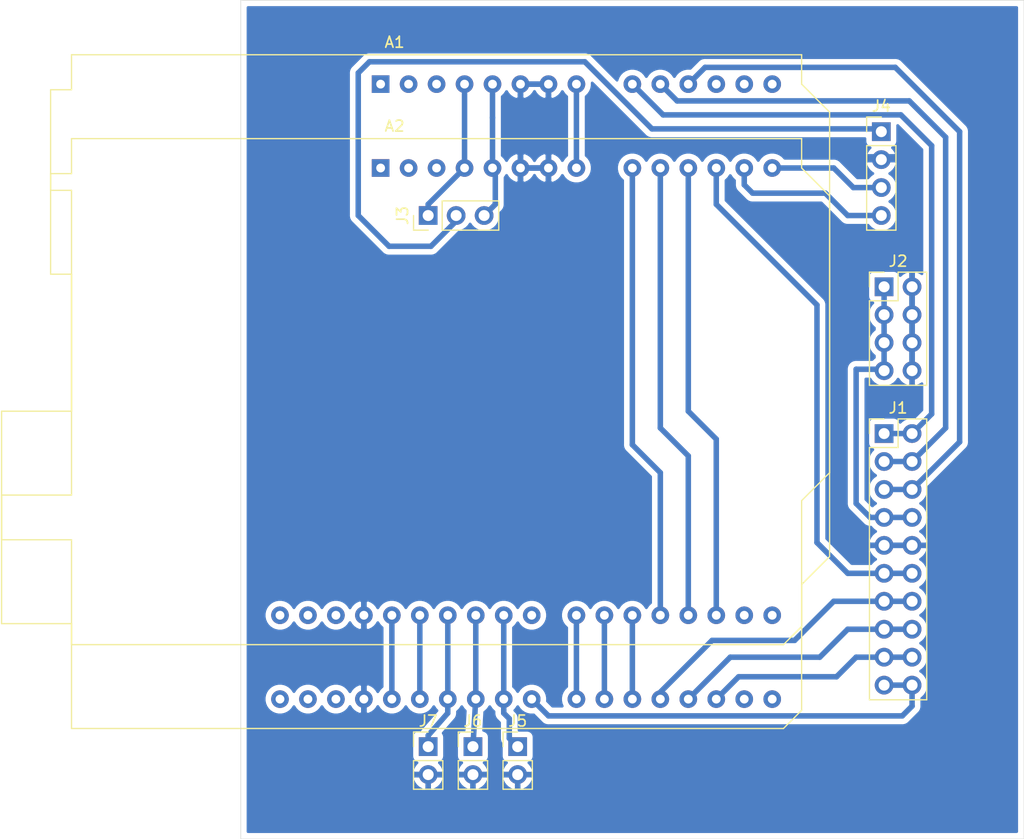
<source format=kicad_pcb>
(kicad_pcb (version 20171130) (host pcbnew "(5.1.9-0-10_14)")

  (general
    (thickness 1.6)
    (drawings 4)
    (tracks 142)
    (zones 0)
    (modules 9)
    (nets 48)
  )

  (page A4)
  (layers
    (0 F.Cu signal)
    (31 B.Cu signal)
    (32 B.Adhes user)
    (33 F.Adhes user)
    (34 B.Paste user)
    (35 F.Paste user)
    (36 B.SilkS user)
    (37 F.SilkS user)
    (38 B.Mask user)
    (39 F.Mask user)
    (40 Dwgs.User user)
    (41 Cmts.User user)
    (42 Eco1.User user)
    (43 Eco2.User user)
    (44 Edge.Cuts user)
    (45 Margin user)
    (46 B.CrtYd user)
    (47 F.CrtYd user)
    (48 B.Fab user)
    (49 F.Fab user)
  )

  (setup
    (last_trace_width 0.5)
    (user_trace_width 0.25)
    (user_trace_width 0.5)
    (trace_clearance 0.2)
    (zone_clearance 0.508)
    (zone_45_only no)
    (trace_min 0.2)
    (via_size 0.8)
    (via_drill 0.4)
    (via_min_size 0.4)
    (via_min_drill 0.3)
    (uvia_size 0.3)
    (uvia_drill 0.1)
    (uvias_allowed no)
    (uvia_min_size 0.2)
    (uvia_min_drill 0.1)
    (edge_width 0.05)
    (segment_width 0.2)
    (pcb_text_width 0.3)
    (pcb_text_size 1.5 1.5)
    (mod_edge_width 0.12)
    (mod_text_size 1 1)
    (mod_text_width 0.15)
    (pad_size 1.524 1.524)
    (pad_drill 0.762)
    (pad_to_mask_clearance 0)
    (aux_axis_origin 0 0)
    (visible_elements FFFFFF7F)
    (pcbplotparams
      (layerselection 0x010fc_ffffffff)
      (usegerberextensions false)
      (usegerberattributes true)
      (usegerberadvancedattributes true)
      (creategerberjobfile true)
      (excludeedgelayer true)
      (linewidth 0.100000)
      (plotframeref false)
      (viasonmask false)
      (mode 1)
      (useauxorigin false)
      (hpglpennumber 1)
      (hpglpenspeed 20)
      (hpglpendiameter 15.000000)
      (psnegative false)
      (psa4output false)
      (plotreference true)
      (plotvalue true)
      (plotinvisibletext false)
      (padsonsilk false)
      (subtractmaskfromsilk false)
      (outputformat 1)
      (mirror false)
      (drillshape 1)
      (scaleselection 1)
      (outputdirectory ""))
  )

  (net 0 "")
  (net 1 "Net-(A1-Pad16)")
  (net 2 "Net-(A1-Pad15)")
  (net 3 "Net-(A1-Pad30)")
  (net 4 /PWM_IN)
  (net 5 GND)
  (net 6 /AXIS_SELECT_BIT_1)
  (net 7 /A_DIR_OUT)
  (net 8 /AXIS_SELECT_BIT_0)
  (net 9 /A_STEP_OUT)
  (net 10 /PWM_TOOL1_OUT)
  (net 11 /DIR_IN)
  (net 12 /PWM_TOOL2_OUT)
  (net 13 /STEP_IN)
  (net 14 /PWM_TOOL3_OUT)
  (net 15 "Net-(A1-Pad8)")
  (net 16 /Z_DIR_OUT)
  (net 17 /Y_DIR_OUT)
  (net 18 +5V)
  (net 19 /X_DIR_OUT)
  (net 20 /Z_STEP_OUT)
  (net 21 "Net-(A1-Pad3)")
  (net 22 /Y_STEP_OUT)
  (net 23 "Net-(A1-Pad2)")
  (net 24 /X_STEP_OUT)
  (net 25 "Net-(A1-Pad1)")
  (net 26 "Net-(A1-Pad31)")
  (net 27 "Net-(A1-Pad32)")
  (net 28 "Net-(A2-Pad16)")
  (net 29 "Net-(A2-Pad15)")
  (net 30 "Net-(A2-Pad30)")
  (net 31 /_LCD_SCL)
  (net 32 /_LCD_SDA)
  (net 33 +3V3)
  (net 34 "Net-(A2-Pad3)")
  (net 35 "Net-(A2-Pad2)")
  (net 36 "Net-(A2-Pad1)")
  (net 37 "Net-(A2-Pad31)")
  (net 38 "Net-(A2-Pad32)")
  (net 39 /LIMIT)
  (net 40 /ABORT_ESTOP)
  (net 41 /_LCD_PWR)
  (net 42 "Net-(A1-Pad14)")
  (net 43 "Net-(A1-Pad13)")
  (net 44 "Net-(A1-Pad12)")
  (net 45 "Net-(A1-Pad23)")
  (net 46 /RESUME)
  (net 47 /HOLD)

  (net_class Default "This is the default net class."
    (clearance 0.2)
    (trace_width 0.25)
    (via_dia 0.8)
    (via_drill 0.4)
    (uvia_dia 0.3)
    (uvia_drill 0.1)
    (add_net +3V3)
    (add_net +5V)
    (add_net /ABORT_ESTOP)
    (add_net /AXIS_SELECT_BIT_0)
    (add_net /AXIS_SELECT_BIT_1)
    (add_net /A_DIR_OUT)
    (add_net /A_STEP_OUT)
    (add_net /DIR_IN)
    (add_net /HOLD)
    (add_net /LIMIT)
    (add_net /PWM_IN)
    (add_net /PWM_TOOL1_OUT)
    (add_net /PWM_TOOL2_OUT)
    (add_net /PWM_TOOL3_OUT)
    (add_net /RESUME)
    (add_net /STEP_IN)
    (add_net /X_DIR_OUT)
    (add_net /X_STEP_OUT)
    (add_net /Y_DIR_OUT)
    (add_net /Y_STEP_OUT)
    (add_net /Z_DIR_OUT)
    (add_net /Z_STEP_OUT)
    (add_net /_LCD_PWR)
    (add_net /_LCD_SCL)
    (add_net /_LCD_SDA)
    (add_net GND)
    (add_net "Net-(A1-Pad1)")
    (add_net "Net-(A1-Pad12)")
    (add_net "Net-(A1-Pad13)")
    (add_net "Net-(A1-Pad14)")
    (add_net "Net-(A1-Pad15)")
    (add_net "Net-(A1-Pad16)")
    (add_net "Net-(A1-Pad2)")
    (add_net "Net-(A1-Pad23)")
    (add_net "Net-(A1-Pad3)")
    (add_net "Net-(A1-Pad30)")
    (add_net "Net-(A1-Pad31)")
    (add_net "Net-(A1-Pad32)")
    (add_net "Net-(A1-Pad8)")
    (add_net "Net-(A2-Pad1)")
    (add_net "Net-(A2-Pad15)")
    (add_net "Net-(A2-Pad16)")
    (add_net "Net-(A2-Pad2)")
    (add_net "Net-(A2-Pad3)")
    (add_net "Net-(A2-Pad30)")
    (add_net "Net-(A2-Pad31)")
    (add_net "Net-(A2-Pad32)")
  )

  (module Connector_PinHeader_2.54mm:PinHeader_1x02_P2.54mm_Vertical (layer F.Cu) (tedit 59FED5CC) (tstamp 606AC2F7)
    (at -84.582 -313.182)
    (descr "Through hole straight pin header, 1x02, 2.54mm pitch, single row")
    (tags "Through hole pin header THT 1x02 2.54mm single row")
    (path /606B0E8A)
    (fp_text reference J7 (at 0 -2.33) (layer F.SilkS)
      (effects (font (size 1 1) (thickness 0.15)))
    )
    (fp_text value PWM_TOOL3 (at 0 4.87) (layer F.Fab)
      (effects (font (size 1 1) (thickness 0.15)))
    )
    (fp_text user %R (at 0.352 1.27 90) (layer F.Fab)
      (effects (font (size 1 1) (thickness 0.15)))
    )
    (fp_line (start -0.635 -1.27) (end 1.27 -1.27) (layer F.Fab) (width 0.1))
    (fp_line (start 1.27 -1.27) (end 1.27 3.81) (layer F.Fab) (width 0.1))
    (fp_line (start 1.27 3.81) (end -1.27 3.81) (layer F.Fab) (width 0.1))
    (fp_line (start -1.27 3.81) (end -1.27 -0.635) (layer F.Fab) (width 0.1))
    (fp_line (start -1.27 -0.635) (end -0.635 -1.27) (layer F.Fab) (width 0.1))
    (fp_line (start -1.33 3.87) (end 1.33 3.87) (layer F.SilkS) (width 0.12))
    (fp_line (start -1.33 1.27) (end -1.33 3.87) (layer F.SilkS) (width 0.12))
    (fp_line (start 1.33 1.27) (end 1.33 3.87) (layer F.SilkS) (width 0.12))
    (fp_line (start -1.33 1.27) (end 1.33 1.27) (layer F.SilkS) (width 0.12))
    (fp_line (start -1.33 0) (end -1.33 -1.33) (layer F.SilkS) (width 0.12))
    (fp_line (start -1.33 -1.33) (end 0 -1.33) (layer F.SilkS) (width 0.12))
    (fp_line (start -1.8 -1.8) (end -1.8 4.35) (layer F.CrtYd) (width 0.05))
    (fp_line (start -1.8 4.35) (end 1.8 4.35) (layer F.CrtYd) (width 0.05))
    (fp_line (start 1.8 4.35) (end 1.8 -1.8) (layer F.CrtYd) (width 0.05))
    (fp_line (start 1.8 -1.8) (end -1.8 -1.8) (layer F.CrtYd) (width 0.05))
    (pad 2 thru_hole oval (at 0 2.54) (size 1.7 1.7) (drill 1) (layers *.Cu *.Mask)
      (net 5 GND))
    (pad 1 thru_hole rect (at 0 0) (size 1.7 1.7) (drill 1) (layers *.Cu *.Mask)
      (net 14 /PWM_TOOL3_OUT))
    (model ${KISYS3DMOD}/Connector_PinHeader_2.54mm.3dshapes/PinHeader_1x02_P2.54mm_Vertical.wrl
      (at (xyz 0 0 0))
      (scale (xyz 1 1 1))
      (rotate (xyz 0 0 0))
    )
  )

  (module Connector_PinHeader_2.54mm:PinHeader_1x02_P2.54mm_Vertical (layer F.Cu) (tedit 59FED5CC) (tstamp 606AC2E1)
    (at -80.518 -313.182)
    (descr "Through hole straight pin header, 1x02, 2.54mm pitch, single row")
    (tags "Through hole pin header THT 1x02 2.54mm single row")
    (path /606B04F6)
    (fp_text reference J6 (at 0 -2.33) (layer F.SilkS)
      (effects (font (size 1 1) (thickness 0.15)))
    )
    (fp_text value PWM_TOOL2 (at 0 4.87) (layer F.Fab)
      (effects (font (size 1 1) (thickness 0.15)))
    )
    (fp_text user %R (at 0 1.27 90) (layer F.Fab)
      (effects (font (size 1 1) (thickness 0.15)))
    )
    (fp_line (start -0.635 -1.27) (end 1.27 -1.27) (layer F.Fab) (width 0.1))
    (fp_line (start 1.27 -1.27) (end 1.27 3.81) (layer F.Fab) (width 0.1))
    (fp_line (start 1.27 3.81) (end -1.27 3.81) (layer F.Fab) (width 0.1))
    (fp_line (start -1.27 3.81) (end -1.27 -0.635) (layer F.Fab) (width 0.1))
    (fp_line (start -1.27 -0.635) (end -0.635 -1.27) (layer F.Fab) (width 0.1))
    (fp_line (start -1.33 3.87) (end 1.33 3.87) (layer F.SilkS) (width 0.12))
    (fp_line (start -1.33 1.27) (end -1.33 3.87) (layer F.SilkS) (width 0.12))
    (fp_line (start 1.33 1.27) (end 1.33 3.87) (layer F.SilkS) (width 0.12))
    (fp_line (start -1.33 1.27) (end 1.33 1.27) (layer F.SilkS) (width 0.12))
    (fp_line (start -1.33 0) (end -1.33 -1.33) (layer F.SilkS) (width 0.12))
    (fp_line (start -1.33 -1.33) (end 0 -1.33) (layer F.SilkS) (width 0.12))
    (fp_line (start -1.8 -1.8) (end -1.8 4.35) (layer F.CrtYd) (width 0.05))
    (fp_line (start -1.8 4.35) (end 1.8 4.35) (layer F.CrtYd) (width 0.05))
    (fp_line (start 1.8 4.35) (end 1.8 -1.8) (layer F.CrtYd) (width 0.05))
    (fp_line (start 1.8 -1.8) (end -1.8 -1.8) (layer F.CrtYd) (width 0.05))
    (pad 2 thru_hole oval (at 0 2.54) (size 1.7 1.7) (drill 1) (layers *.Cu *.Mask)
      (net 5 GND))
    (pad 1 thru_hole rect (at 0 0) (size 1.7 1.7) (drill 1) (layers *.Cu *.Mask)
      (net 12 /PWM_TOOL2_OUT))
    (model ${KISYS3DMOD}/Connector_PinHeader_2.54mm.3dshapes/PinHeader_1x02_P2.54mm_Vertical.wrl
      (at (xyz 0 0 0))
      (scale (xyz 1 1 1))
      (rotate (xyz 0 0 0))
    )
  )

  (module Connector_PinHeader_2.54mm:PinHeader_1x02_P2.54mm_Vertical (layer F.Cu) (tedit 59FED5CC) (tstamp 606AC2CB)
    (at -76.454 -313.182)
    (descr "Through hole straight pin header, 1x02, 2.54mm pitch, single row")
    (tags "Through hole pin header THT 1x02 2.54mm single row")
    (path /606AFF7A)
    (fp_text reference J5 (at 0 -2.33) (layer F.SilkS)
      (effects (font (size 1 1) (thickness 0.15)))
    )
    (fp_text value PWM_TOOL1 (at 0 4.87) (layer F.Fab)
      (effects (font (size 1 1) (thickness 0.15)))
    )
    (fp_text user %R (at 0 1.27 90) (layer F.Fab)
      (effects (font (size 1 1) (thickness 0.15)))
    )
    (fp_line (start -0.635 -1.27) (end 1.27 -1.27) (layer F.Fab) (width 0.1))
    (fp_line (start 1.27 -1.27) (end 1.27 3.81) (layer F.Fab) (width 0.1))
    (fp_line (start 1.27 3.81) (end -1.27 3.81) (layer F.Fab) (width 0.1))
    (fp_line (start -1.27 3.81) (end -1.27 -0.635) (layer F.Fab) (width 0.1))
    (fp_line (start -1.27 -0.635) (end -0.635 -1.27) (layer F.Fab) (width 0.1))
    (fp_line (start -1.33 3.87) (end 1.33 3.87) (layer F.SilkS) (width 0.12))
    (fp_line (start -1.33 1.27) (end -1.33 3.87) (layer F.SilkS) (width 0.12))
    (fp_line (start 1.33 1.27) (end 1.33 3.87) (layer F.SilkS) (width 0.12))
    (fp_line (start -1.33 1.27) (end 1.33 1.27) (layer F.SilkS) (width 0.12))
    (fp_line (start -1.33 0) (end -1.33 -1.33) (layer F.SilkS) (width 0.12))
    (fp_line (start -1.33 -1.33) (end 0 -1.33) (layer F.SilkS) (width 0.12))
    (fp_line (start -1.8 -1.8) (end -1.8 4.35) (layer F.CrtYd) (width 0.05))
    (fp_line (start -1.8 4.35) (end 1.8 4.35) (layer F.CrtYd) (width 0.05))
    (fp_line (start 1.8 4.35) (end 1.8 -1.8) (layer F.CrtYd) (width 0.05))
    (fp_line (start 1.8 -1.8) (end -1.8 -1.8) (layer F.CrtYd) (width 0.05))
    (pad 2 thru_hole oval (at 0 2.54) (size 1.7 1.7) (drill 1) (layers *.Cu *.Mask)
      (net 5 GND))
    (pad 1 thru_hole rect (at 0 0) (size 1.7 1.7) (drill 1) (layers *.Cu *.Mask)
      (net 10 /PWM_TOOL1_OUT))
    (model ${KISYS3DMOD}/Connector_PinHeader_2.54mm.3dshapes/PinHeader_1x02_P2.54mm_Vertical.wrl
      (at (xyz 0 0 0))
      (scale (xyz 1 1 1))
      (rotate (xyz 0 0 0))
    )
  )

  (module Module:Arduino_UNO_R3 (layer F.Cu) (tedit 58AB60FC) (tstamp 606A0458)
    (at -88.9 -373.38)
    (descr "Arduino UNO R3, http://www.mouser.com/pdfdocs/Gravitech_Arduino_Nano3_0.pdf")
    (tags "Arduino UNO R3")
    (path /606A13D2)
    (fp_text reference A1 (at 1.27 -3.81 180) (layer F.SilkS)
      (effects (font (size 1 1) (thickness 0.15)))
    )
    (fp_text value Arduino_UNO_R3_CNC (at 0 22.86) (layer F.Fab)
      (effects (font (size 1 1) (thickness 0.15)))
    )
    (fp_line (start 38.35 -2.79) (end 38.35 0) (layer F.CrtYd) (width 0.05))
    (fp_line (start 38.35 0) (end 40.89 2.54) (layer F.CrtYd) (width 0.05))
    (fp_line (start 40.89 2.54) (end 40.89 35.31) (layer F.CrtYd) (width 0.05))
    (fp_line (start 40.89 35.31) (end 38.35 37.85) (layer F.CrtYd) (width 0.05))
    (fp_line (start 38.35 37.85) (end 38.35 49.28) (layer F.CrtYd) (width 0.05))
    (fp_line (start 38.35 49.28) (end 36.58 51.05) (layer F.CrtYd) (width 0.05))
    (fp_line (start 36.58 51.05) (end -28.19 51.05) (layer F.CrtYd) (width 0.05))
    (fp_line (start -28.19 51.05) (end -28.19 41.53) (layer F.CrtYd) (width 0.05))
    (fp_line (start -28.19 41.53) (end -34.54 41.53) (layer F.CrtYd) (width 0.05))
    (fp_line (start -34.54 41.53) (end -34.54 29.59) (layer F.CrtYd) (width 0.05))
    (fp_line (start -34.54 29.59) (end -28.19 29.59) (layer F.CrtYd) (width 0.05))
    (fp_line (start -28.19 29.59) (end -28.19 9.78) (layer F.CrtYd) (width 0.05))
    (fp_line (start -28.19 9.78) (end -30.1 9.78) (layer F.CrtYd) (width 0.05))
    (fp_line (start -30.1 9.78) (end -30.1 0.38) (layer F.CrtYd) (width 0.05))
    (fp_line (start -30.1 0.38) (end -28.19 0.38) (layer F.CrtYd) (width 0.05))
    (fp_line (start -28.19 0.38) (end -28.19 -2.79) (layer F.CrtYd) (width 0.05))
    (fp_line (start -28.19 -2.79) (end 38.35 -2.79) (layer F.CrtYd) (width 0.05))
    (fp_line (start 40.77 35.31) (end 40.77 2.54) (layer F.SilkS) (width 0.12))
    (fp_line (start 40.77 2.54) (end 38.23 0) (layer F.SilkS) (width 0.12))
    (fp_line (start 38.23 0) (end 38.23 -2.67) (layer F.SilkS) (width 0.12))
    (fp_line (start 38.23 -2.67) (end -28.07 -2.67) (layer F.SilkS) (width 0.12))
    (fp_line (start -28.07 -2.67) (end -28.07 0.51) (layer F.SilkS) (width 0.12))
    (fp_line (start -28.07 0.51) (end -29.97 0.51) (layer F.SilkS) (width 0.12))
    (fp_line (start -29.97 0.51) (end -29.97 9.65) (layer F.SilkS) (width 0.12))
    (fp_line (start -29.97 9.65) (end -28.07 9.65) (layer F.SilkS) (width 0.12))
    (fp_line (start -28.07 9.65) (end -28.07 29.72) (layer F.SilkS) (width 0.12))
    (fp_line (start -28.07 29.72) (end -34.42 29.72) (layer F.SilkS) (width 0.12))
    (fp_line (start -34.42 29.72) (end -34.42 41.4) (layer F.SilkS) (width 0.12))
    (fp_line (start -34.42 41.4) (end -28.07 41.4) (layer F.SilkS) (width 0.12))
    (fp_line (start -28.07 41.4) (end -28.07 50.93) (layer F.SilkS) (width 0.12))
    (fp_line (start -28.07 50.93) (end 36.58 50.93) (layer F.SilkS) (width 0.12))
    (fp_line (start 36.58 50.93) (end 38.23 49.28) (layer F.SilkS) (width 0.12))
    (fp_line (start 38.23 49.28) (end 38.23 37.85) (layer F.SilkS) (width 0.12))
    (fp_line (start 38.23 37.85) (end 40.77 35.31) (layer F.SilkS) (width 0.12))
    (fp_line (start -34.29 29.84) (end -18.41 29.84) (layer F.Fab) (width 0.1))
    (fp_line (start -18.41 29.84) (end -18.41 41.27) (layer F.Fab) (width 0.1))
    (fp_line (start -18.41 41.27) (end -34.29 41.27) (layer F.Fab) (width 0.1))
    (fp_line (start -34.29 41.27) (end -34.29 29.84) (layer F.Fab) (width 0.1))
    (fp_line (start -29.84 0.64) (end -16.51 0.64) (layer F.Fab) (width 0.1))
    (fp_line (start -16.51 0.64) (end -16.51 9.53) (layer F.Fab) (width 0.1))
    (fp_line (start -16.51 9.53) (end -29.84 9.53) (layer F.Fab) (width 0.1))
    (fp_line (start -29.84 9.53) (end -29.84 0.64) (layer F.Fab) (width 0.1))
    (fp_line (start 38.1 37.85) (end 38.1 49.28) (layer F.Fab) (width 0.1))
    (fp_line (start 40.64 2.54) (end 40.64 35.31) (layer F.Fab) (width 0.1))
    (fp_line (start 40.64 35.31) (end 38.1 37.85) (layer F.Fab) (width 0.1))
    (fp_line (start 38.1 -2.54) (end 38.1 0) (layer F.Fab) (width 0.1))
    (fp_line (start 38.1 0) (end 40.64 2.54) (layer F.Fab) (width 0.1))
    (fp_line (start 38.1 49.28) (end 36.58 50.8) (layer F.Fab) (width 0.1))
    (fp_line (start 36.58 50.8) (end -27.94 50.8) (layer F.Fab) (width 0.1))
    (fp_line (start -27.94 50.8) (end -27.94 -2.54) (layer F.Fab) (width 0.1))
    (fp_line (start -27.94 -2.54) (end 38.1 -2.54) (layer F.Fab) (width 0.1))
    (fp_text user %R (at 0 20.32 180) (layer F.Fab)
      (effects (font (size 1 1) (thickness 0.15)))
    )
    (pad 16 thru_hole oval (at 33.02 48.26 90) (size 1.6 1.6) (drill 0.8) (layers *.Cu *.Mask)
      (net 1 "Net-(A1-Pad16)"))
    (pad 15 thru_hole oval (at 35.56 48.26 90) (size 1.6 1.6) (drill 0.8) (layers *.Cu *.Mask)
      (net 2 "Net-(A1-Pad15)"))
    (pad 30 thru_hole oval (at -4.06 48.26 90) (size 1.6 1.6) (drill 0.8) (layers *.Cu *.Mask)
      (net 3 "Net-(A1-Pad30)"))
    (pad 14 thru_hole oval (at 35.56 0 90) (size 1.6 1.6) (drill 0.8) (layers *.Cu *.Mask)
      (net 42 "Net-(A1-Pad14)"))
    (pad 29 thru_hole oval (at -1.52 48.26 90) (size 1.6 1.6) (drill 0.8) (layers *.Cu *.Mask)
      (net 5 GND))
    (pad 13 thru_hole oval (at 33.02 0 90) (size 1.6 1.6) (drill 0.8) (layers *.Cu *.Mask)
      (net 43 "Net-(A1-Pad13)"))
    (pad 28 thru_hole oval (at 1.02 48.26 90) (size 1.6 1.6) (drill 0.8) (layers *.Cu *.Mask)
      (net 7 /A_DIR_OUT))
    (pad 12 thru_hole oval (at 30.48 0 90) (size 1.6 1.6) (drill 0.8) (layers *.Cu *.Mask)
      (net 44 "Net-(A1-Pad12)"))
    (pad 27 thru_hole oval (at 3.56 48.26 90) (size 1.6 1.6) (drill 0.8) (layers *.Cu *.Mask)
      (net 9 /A_STEP_OUT))
    (pad 11 thru_hole oval (at 27.94 0 90) (size 1.6 1.6) (drill 0.8) (layers *.Cu *.Mask)
      (net 46 /RESUME))
    (pad 26 thru_hole oval (at 6.1 48.26 90) (size 1.6 1.6) (drill 0.8) (layers *.Cu *.Mask)
      (net 14 /PWM_TOOL3_OUT))
    (pad 10 thru_hole oval (at 25.4 0 90) (size 1.6 1.6) (drill 0.8) (layers *.Cu *.Mask)
      (net 47 /HOLD))
    (pad 25 thru_hole oval (at 8.64 48.26 90) (size 1.6 1.6) (drill 0.8) (layers *.Cu *.Mask)
      (net 12 /PWM_TOOL2_OUT))
    (pad 9 thru_hole oval (at 22.86 0 90) (size 1.6 1.6) (drill 0.8) (layers *.Cu *.Mask)
      (net 40 /ABORT_ESTOP))
    (pad 24 thru_hole oval (at 11.18 48.26 90) (size 1.6 1.6) (drill 0.8) (layers *.Cu *.Mask)
      (net 10 /PWM_TOOL1_OUT))
    (pad 8 thru_hole oval (at 17.78 0 90) (size 1.6 1.6) (drill 0.8) (layers *.Cu *.Mask)
      (net 15 "Net-(A1-Pad8)"))
    (pad 23 thru_hole oval (at 13.72 48.26 90) (size 1.6 1.6) (drill 0.8) (layers *.Cu *.Mask)
      (net 45 "Net-(A1-Pad23)"))
    (pad 7 thru_hole oval (at 15.24 0 90) (size 1.6 1.6) (drill 0.8) (layers *.Cu *.Mask)
      (net 5 GND))
    (pad 22 thru_hole oval (at 17.78 48.26 90) (size 1.6 1.6) (drill 0.8) (layers *.Cu *.Mask)
      (net 16 /Z_DIR_OUT))
    (pad 6 thru_hole oval (at 12.7 0 90) (size 1.6 1.6) (drill 0.8) (layers *.Cu *.Mask)
      (net 5 GND))
    (pad 21 thru_hole oval (at 20.32 48.26 90) (size 1.6 1.6) (drill 0.8) (layers *.Cu *.Mask)
      (net 17 /Y_DIR_OUT))
    (pad 5 thru_hole oval (at 10.16 0 90) (size 1.6 1.6) (drill 0.8) (layers *.Cu *.Mask)
      (net 18 +5V))
    (pad 20 thru_hole oval (at 22.86 48.26 90) (size 1.6 1.6) (drill 0.8) (layers *.Cu *.Mask)
      (net 19 /X_DIR_OUT))
    (pad 4 thru_hole oval (at 7.62 0 90) (size 1.6 1.6) (drill 0.8) (layers *.Cu *.Mask)
      (net 33 +3V3))
    (pad 19 thru_hole oval (at 25.4 48.26 90) (size 1.6 1.6) (drill 0.8) (layers *.Cu *.Mask)
      (net 20 /Z_STEP_OUT))
    (pad 3 thru_hole oval (at 5.08 0 90) (size 1.6 1.6) (drill 0.8) (layers *.Cu *.Mask)
      (net 21 "Net-(A1-Pad3)"))
    (pad 18 thru_hole oval (at 27.94 48.26 90) (size 1.6 1.6) (drill 0.8) (layers *.Cu *.Mask)
      (net 22 /Y_STEP_OUT))
    (pad 2 thru_hole oval (at 2.54 0 90) (size 1.6 1.6) (drill 0.8) (layers *.Cu *.Mask)
      (net 23 "Net-(A1-Pad2)"))
    (pad 17 thru_hole oval (at 30.48 48.26 90) (size 1.6 1.6) (drill 0.8) (layers *.Cu *.Mask)
      (net 24 /X_STEP_OUT))
    (pad 1 thru_hole rect (at 0 0 90) (size 1.6 1.6) (drill 0.8) (layers *.Cu *.Mask)
      (net 25 "Net-(A1-Pad1)"))
    (pad 31 thru_hole oval (at -6.6 48.26 90) (size 1.6 1.6) (drill 0.8) (layers *.Cu *.Mask)
      (net 26 "Net-(A1-Pad31)"))
    (pad 32 thru_hole oval (at -9.14 48.26 90) (size 1.6 1.6) (drill 0.8) (layers *.Cu *.Mask)
      (net 27 "Net-(A1-Pad32)"))
    (model ${KISYS3DMOD}/Module.3dshapes/Arduino_UNO_R3.wrl
      (at (xyz 0 0 0))
      (scale (xyz 1 1 1))
      (rotate (xyz 0 0 0))
    )
  )

  (module Connector_PinHeader_2.54mm:PinHeader_1x04_P2.54mm_Vertical (layer F.Cu) (tedit 59FED5CC) (tstamp 606A5DFE)
    (at -43.434 -369.062)
    (descr "Through hole straight pin header, 1x04, 2.54mm pitch, single row")
    (tags "Through hole pin header THT 1x04 2.54mm single row")
    (path /6070F23F)
    (fp_text reference J4 (at 0 -2.33) (layer F.SilkS)
      (effects (font (size 1 1) (thickness 0.15)))
    )
    (fp_text value Conn_01x04 (at 0 9.95) (layer F.Fab)
      (effects (font (size 1 1) (thickness 0.15)))
    )
    (fp_line (start -0.635 -1.27) (end 1.27 -1.27) (layer F.Fab) (width 0.1))
    (fp_line (start 1.27 -1.27) (end 1.27 8.89) (layer F.Fab) (width 0.1))
    (fp_line (start 1.27 8.89) (end -1.27 8.89) (layer F.Fab) (width 0.1))
    (fp_line (start -1.27 8.89) (end -1.27 -0.635) (layer F.Fab) (width 0.1))
    (fp_line (start -1.27 -0.635) (end -0.635 -1.27) (layer F.Fab) (width 0.1))
    (fp_line (start -1.33 8.95) (end 1.33 8.95) (layer F.SilkS) (width 0.12))
    (fp_line (start -1.33 1.27) (end -1.33 8.95) (layer F.SilkS) (width 0.12))
    (fp_line (start 1.33 1.27) (end 1.33 8.95) (layer F.SilkS) (width 0.12))
    (fp_line (start -1.33 1.27) (end 1.33 1.27) (layer F.SilkS) (width 0.12))
    (fp_line (start -1.33 0) (end -1.33 -1.33) (layer F.SilkS) (width 0.12))
    (fp_line (start -1.33 -1.33) (end 0 -1.33) (layer F.SilkS) (width 0.12))
    (fp_line (start -1.8 -1.8) (end -1.8 9.4) (layer F.CrtYd) (width 0.05))
    (fp_line (start -1.8 9.4) (end 1.8 9.4) (layer F.CrtYd) (width 0.05))
    (fp_line (start 1.8 9.4) (end 1.8 -1.8) (layer F.CrtYd) (width 0.05))
    (fp_line (start 1.8 -1.8) (end -1.8 -1.8) (layer F.CrtYd) (width 0.05))
    (fp_text user %R (at 0 3.81 90) (layer F.Fab)
      (effects (font (size 1 1) (thickness 0.15)))
    )
    (pad 4 thru_hole oval (at 0 7.62) (size 1.7 1.7) (drill 1) (layers *.Cu *.Mask)
      (net 32 /_LCD_SDA))
    (pad 3 thru_hole oval (at 0 5.08) (size 1.7 1.7) (drill 1) (layers *.Cu *.Mask)
      (net 31 /_LCD_SCL))
    (pad 2 thru_hole oval (at 0 2.54) (size 1.7 1.7) (drill 1) (layers *.Cu *.Mask)
      (net 5 GND))
    (pad 1 thru_hole rect (at 0 0) (size 1.7 1.7) (drill 1) (layers *.Cu *.Mask)
      (net 41 /_LCD_PWR))
    (model ${KISYS3DMOD}/Connector_PinHeader_2.54mm.3dshapes/PinHeader_1x04_P2.54mm_Vertical.wrl
      (at (xyz 0 0 0))
      (scale (xyz 1 1 1))
      (rotate (xyz 0 0 0))
    )
  )

  (module Connector_PinHeader_2.54mm:PinHeader_1x03_P2.54mm_Vertical (layer F.Cu) (tedit 59FED5CC) (tstamp 606A1968)
    (at -84.582 -361.442 90)
    (descr "Through hole straight pin header, 1x03, 2.54mm pitch, single row")
    (tags "Through hole pin header THT 1x03 2.54mm single row")
    (path /6071AAC7)
    (fp_text reference J3 (at 0 -2.33 90) (layer F.SilkS)
      (effects (font (size 1 1) (thickness 0.15)))
    )
    (fp_text value "LCD POWER SELECT" (at 0 7.41 90) (layer F.Fab)
      (effects (font (size 1 1) (thickness 0.15)))
    )
    (fp_line (start -0.635 -1.27) (end 1.27 -1.27) (layer F.Fab) (width 0.1))
    (fp_line (start 1.27 -1.27) (end 1.27 6.35) (layer F.Fab) (width 0.1))
    (fp_line (start 1.27 6.35) (end -1.27 6.35) (layer F.Fab) (width 0.1))
    (fp_line (start -1.27 6.35) (end -1.27 -0.635) (layer F.Fab) (width 0.1))
    (fp_line (start -1.27 -0.635) (end -0.635 -1.27) (layer F.Fab) (width 0.1))
    (fp_line (start -1.33 6.41) (end 1.33 6.41) (layer F.SilkS) (width 0.12))
    (fp_line (start -1.33 1.27) (end -1.33 6.41) (layer F.SilkS) (width 0.12))
    (fp_line (start 1.33 1.27) (end 1.33 6.41) (layer F.SilkS) (width 0.12))
    (fp_line (start -1.33 1.27) (end 1.33 1.27) (layer F.SilkS) (width 0.12))
    (fp_line (start -1.33 0) (end -1.33 -1.33) (layer F.SilkS) (width 0.12))
    (fp_line (start -1.33 -1.33) (end 0 -1.33) (layer F.SilkS) (width 0.12))
    (fp_line (start -1.8 -1.8) (end -1.8 6.85) (layer F.CrtYd) (width 0.05))
    (fp_line (start -1.8 6.85) (end 1.8 6.85) (layer F.CrtYd) (width 0.05))
    (fp_line (start 1.8 6.85) (end 1.8 -1.8) (layer F.CrtYd) (width 0.05))
    (fp_line (start 1.8 -1.8) (end -1.8 -1.8) (layer F.CrtYd) (width 0.05))
    (fp_text user %R (at 0 2.54) (layer F.Fab)
      (effects (font (size 1 1) (thickness 0.15)))
    )
    (pad 3 thru_hole oval (at 0 5.08 90) (size 1.7 1.7) (drill 1) (layers *.Cu *.Mask)
      (net 18 +5V))
    (pad 2 thru_hole oval (at 0 2.54 90) (size 1.7 1.7) (drill 1) (layers *.Cu *.Mask)
      (net 41 /_LCD_PWR))
    (pad 1 thru_hole rect (at 0 0 90) (size 1.7 1.7) (drill 1) (layers *.Cu *.Mask)
      (net 33 +3V3))
    (model ${KISYS3DMOD}/Connector_PinHeader_2.54mm.3dshapes/PinHeader_1x03_P2.54mm_Vertical.wrl
      (at (xyz 0 0 0))
      (scale (xyz 1 1 1))
      (rotate (xyz 0 0 0))
    )
  )

  (module Connector_PinHeader_2.54mm:PinHeader_2x04_P2.54mm_Vertical (layer F.Cu) (tedit 59FED5CC) (tstamp 606A0957)
    (at -43.18 -354.965)
    (descr "Through hole straight pin header, 2x04, 2.54mm pitch, double rows")
    (tags "Through hole pin header THT 2x04 2.54mm double row")
    (path /6074F6FC)
    (fp_text reference J2 (at 1.27 -2.33) (layer F.SilkS)
      (effects (font (size 1 1) (thickness 0.15)))
    )
    (fp_text value "LIMIT SWITCHES" (at 1.27 9.95) (layer F.Fab)
      (effects (font (size 1 1) (thickness 0.15)))
    )
    (fp_line (start 0 -1.27) (end 3.81 -1.27) (layer F.Fab) (width 0.1))
    (fp_line (start 3.81 -1.27) (end 3.81 8.89) (layer F.Fab) (width 0.1))
    (fp_line (start 3.81 8.89) (end -1.27 8.89) (layer F.Fab) (width 0.1))
    (fp_line (start -1.27 8.89) (end -1.27 0) (layer F.Fab) (width 0.1))
    (fp_line (start -1.27 0) (end 0 -1.27) (layer F.Fab) (width 0.1))
    (fp_line (start -1.33 8.95) (end 3.87 8.95) (layer F.SilkS) (width 0.12))
    (fp_line (start -1.33 1.27) (end -1.33 8.95) (layer F.SilkS) (width 0.12))
    (fp_line (start 3.87 -1.33) (end 3.87 8.95) (layer F.SilkS) (width 0.12))
    (fp_line (start -1.33 1.27) (end 1.27 1.27) (layer F.SilkS) (width 0.12))
    (fp_line (start 1.27 1.27) (end 1.27 -1.33) (layer F.SilkS) (width 0.12))
    (fp_line (start 1.27 -1.33) (end 3.87 -1.33) (layer F.SilkS) (width 0.12))
    (fp_line (start -1.33 0) (end -1.33 -1.33) (layer F.SilkS) (width 0.12))
    (fp_line (start -1.33 -1.33) (end 0 -1.33) (layer F.SilkS) (width 0.12))
    (fp_line (start -1.8 -1.8) (end -1.8 9.4) (layer F.CrtYd) (width 0.05))
    (fp_line (start -1.8 9.4) (end 4.35 9.4) (layer F.CrtYd) (width 0.05))
    (fp_line (start 4.35 9.4) (end 4.35 -1.8) (layer F.CrtYd) (width 0.05))
    (fp_line (start 4.35 -1.8) (end -1.8 -1.8) (layer F.CrtYd) (width 0.05))
    (fp_text user %R (at 1.27 3.81 90) (layer F.Fab)
      (effects (font (size 1 1) (thickness 0.15)))
    )
    (pad 8 thru_hole oval (at 2.54 7.62) (size 1.7 1.7) (drill 1) (layers *.Cu *.Mask)
      (net 5 GND))
    (pad 7 thru_hole oval (at 0 7.62) (size 1.7 1.7) (drill 1) (layers *.Cu *.Mask)
      (net 39 /LIMIT))
    (pad 6 thru_hole oval (at 2.54 5.08) (size 1.7 1.7) (drill 1) (layers *.Cu *.Mask)
      (net 5 GND))
    (pad 5 thru_hole oval (at 0 5.08) (size 1.7 1.7) (drill 1) (layers *.Cu *.Mask)
      (net 39 /LIMIT))
    (pad 4 thru_hole oval (at 2.54 2.54) (size 1.7 1.7) (drill 1) (layers *.Cu *.Mask)
      (net 5 GND))
    (pad 3 thru_hole oval (at 0 2.54) (size 1.7 1.7) (drill 1) (layers *.Cu *.Mask)
      (net 39 /LIMIT))
    (pad 2 thru_hole oval (at 2.54 0) (size 1.7 1.7) (drill 1) (layers *.Cu *.Mask)
      (net 5 GND))
    (pad 1 thru_hole rect (at 0 0) (size 1.7 1.7) (drill 1) (layers *.Cu *.Mask)
      (net 39 /LIMIT))
    (model ${KISYS3DMOD}/Connector_PinHeader_2.54mm.3dshapes/PinHeader_2x04_P2.54mm_Vertical.wrl
      (at (xyz 0 0 0))
      (scale (xyz 1 1 1))
      (rotate (xyz 0 0 0))
    )
  )

  (module Connector_PinHeader_2.54mm:PinHeader_2x10_P2.54mm_Vertical (layer F.Cu) (tedit 59FED5CC) (tstamp 606A381F)
    (at -43.18 -341.63)
    (descr "Through hole straight pin header, 2x10, 2.54mm pitch, double rows")
    (tags "Through hole pin header THT 2x10 2.54mm double row")
    (path /60734964)
    (fp_text reference J1 (at 1.27 -2.33) (layer F.SilkS)
      (effects (font (size 1 1) (thickness 0.15)))
    )
    (fp_text value "TO MASTER" (at 1.27 25.19) (layer F.Fab)
      (effects (font (size 1 1) (thickness 0.15)))
    )
    (fp_line (start 0 -1.27) (end 3.81 -1.27) (layer F.Fab) (width 0.1))
    (fp_line (start 3.81 -1.27) (end 3.81 24.13) (layer F.Fab) (width 0.1))
    (fp_line (start 3.81 24.13) (end -1.27 24.13) (layer F.Fab) (width 0.1))
    (fp_line (start -1.27 24.13) (end -1.27 0) (layer F.Fab) (width 0.1))
    (fp_line (start -1.27 0) (end 0 -1.27) (layer F.Fab) (width 0.1))
    (fp_line (start -1.33 24.19) (end 3.87 24.19) (layer F.SilkS) (width 0.12))
    (fp_line (start -1.33 1.27) (end -1.33 24.19) (layer F.SilkS) (width 0.12))
    (fp_line (start 3.87 -1.33) (end 3.87 24.19) (layer F.SilkS) (width 0.12))
    (fp_line (start -1.33 1.27) (end 1.27 1.27) (layer F.SilkS) (width 0.12))
    (fp_line (start 1.27 1.27) (end 1.27 -1.33) (layer F.SilkS) (width 0.12))
    (fp_line (start 1.27 -1.33) (end 3.87 -1.33) (layer F.SilkS) (width 0.12))
    (fp_line (start -1.33 0) (end -1.33 -1.33) (layer F.SilkS) (width 0.12))
    (fp_line (start -1.33 -1.33) (end 0 -1.33) (layer F.SilkS) (width 0.12))
    (fp_line (start -1.8 -1.8) (end -1.8 24.65) (layer F.CrtYd) (width 0.05))
    (fp_line (start -1.8 24.65) (end 4.35 24.65) (layer F.CrtYd) (width 0.05))
    (fp_line (start 4.35 24.65) (end 4.35 -1.8) (layer F.CrtYd) (width 0.05))
    (fp_line (start 4.35 -1.8) (end -1.8 -1.8) (layer F.CrtYd) (width 0.05))
    (fp_text user %R (at 1.27 11.43 90) (layer F.Fab)
      (effects (font (size 1 1) (thickness 0.15)))
    )
    (pad 20 thru_hole oval (at 2.54 22.86) (size 1.7 1.7) (drill 1) (layers *.Cu *.Mask)
      (net 6 /AXIS_SELECT_BIT_1))
    (pad 19 thru_hole oval (at 0 22.86) (size 1.7 1.7) (drill 1) (layers *.Cu *.Mask)
      (net 6 /AXIS_SELECT_BIT_1))
    (pad 18 thru_hole oval (at 2.54 20.32) (size 1.7 1.7) (drill 1) (layers *.Cu *.Mask)
      (net 4 /PWM_IN))
    (pad 17 thru_hole oval (at 0 20.32) (size 1.7 1.7) (drill 1) (layers *.Cu *.Mask)
      (net 4 /PWM_IN))
    (pad 16 thru_hole oval (at 2.54 17.78) (size 1.7 1.7) (drill 1) (layers *.Cu *.Mask)
      (net 13 /STEP_IN))
    (pad 15 thru_hole oval (at 0 17.78) (size 1.7 1.7) (drill 1) (layers *.Cu *.Mask)
      (net 13 /STEP_IN))
    (pad 14 thru_hole oval (at 2.54 15.24) (size 1.7 1.7) (drill 1) (layers *.Cu *.Mask)
      (net 11 /DIR_IN))
    (pad 13 thru_hole oval (at 0 15.24) (size 1.7 1.7) (drill 1) (layers *.Cu *.Mask)
      (net 11 /DIR_IN))
    (pad 12 thru_hole oval (at 2.54 12.7) (size 1.7 1.7) (drill 1) (layers *.Cu *.Mask)
      (net 8 /AXIS_SELECT_BIT_0))
    (pad 11 thru_hole oval (at 0 12.7) (size 1.7 1.7) (drill 1) (layers *.Cu *.Mask)
      (net 8 /AXIS_SELECT_BIT_0))
    (pad 10 thru_hole oval (at 2.54 10.16) (size 1.7 1.7) (drill 1) (layers *.Cu *.Mask)
      (net 5 GND))
    (pad 9 thru_hole oval (at 0 10.16) (size 1.7 1.7) (drill 1) (layers *.Cu *.Mask)
      (net 5 GND))
    (pad 8 thru_hole oval (at 2.54 7.62) (size 1.7 1.7) (drill 1) (layers *.Cu *.Mask)
      (net 39 /LIMIT))
    (pad 7 thru_hole oval (at 0 7.62) (size 1.7 1.7) (drill 1) (layers *.Cu *.Mask)
      (net 39 /LIMIT))
    (pad 6 thru_hole oval (at 2.54 5.08) (size 1.7 1.7) (drill 1) (layers *.Cu *.Mask)
      (net 46 /RESUME))
    (pad 5 thru_hole oval (at 0 5.08) (size 1.7 1.7) (drill 1) (layers *.Cu *.Mask)
      (net 46 /RESUME))
    (pad 4 thru_hole oval (at 2.54 2.54) (size 1.7 1.7) (drill 1) (layers *.Cu *.Mask)
      (net 47 /HOLD))
    (pad 3 thru_hole oval (at 0 2.54) (size 1.7 1.7) (drill 1) (layers *.Cu *.Mask)
      (net 47 /HOLD))
    (pad 2 thru_hole oval (at 2.54 0) (size 1.7 1.7) (drill 1) (layers *.Cu *.Mask)
      (net 40 /ABORT_ESTOP))
    (pad 1 thru_hole rect (at 0 0) (size 1.7 1.7) (drill 1) (layers *.Cu *.Mask)
      (net 40 /ABORT_ESTOP))
    (model ${KISYS3DMOD}/Connector_PinHeader_2.54mm.3dshapes/PinHeader_2x10_P2.54mm_Vertical.wrl
      (at (xyz 0 0 0))
      (scale (xyz 1 1 1))
      (rotate (xyz 0 0 0))
    )
  )

  (module Module:Arduino_UNO_R3 (layer F.Cu) (tedit 58AB60FC) (tstamp 606A1605)
    (at -88.9 -365.76)
    (descr "Arduino UNO R3, http://www.mouser.com/pdfdocs/Gravitech_Arduino_Nano3_0.pdf")
    (tags "Arduino UNO R3")
    (path /606AA21F)
    (fp_text reference A2 (at 1.27 -3.81 180) (layer F.SilkS)
      (effects (font (size 1 1) (thickness 0.15)))
    )
    (fp_text value Arduino_UNO_R3 (at 0 22.86) (layer F.Fab)
      (effects (font (size 1 1) (thickness 0.15)))
    )
    (fp_line (start 38.35 -2.79) (end 38.35 0) (layer F.CrtYd) (width 0.05))
    (fp_line (start 38.35 0) (end 40.89 2.54) (layer F.CrtYd) (width 0.05))
    (fp_line (start 40.89 2.54) (end 40.89 35.31) (layer F.CrtYd) (width 0.05))
    (fp_line (start 40.89 35.31) (end 38.35 37.85) (layer F.CrtYd) (width 0.05))
    (fp_line (start 38.35 37.85) (end 38.35 49.28) (layer F.CrtYd) (width 0.05))
    (fp_line (start 38.35 49.28) (end 36.58 51.05) (layer F.CrtYd) (width 0.05))
    (fp_line (start 36.58 51.05) (end -28.19 51.05) (layer F.CrtYd) (width 0.05))
    (fp_line (start -28.19 51.05) (end -28.19 41.53) (layer F.CrtYd) (width 0.05))
    (fp_line (start -28.19 41.53) (end -34.54 41.53) (layer F.CrtYd) (width 0.05))
    (fp_line (start -34.54 41.53) (end -34.54 29.59) (layer F.CrtYd) (width 0.05))
    (fp_line (start -34.54 29.59) (end -28.19 29.59) (layer F.CrtYd) (width 0.05))
    (fp_line (start -28.19 29.59) (end -28.19 9.78) (layer F.CrtYd) (width 0.05))
    (fp_line (start -28.19 9.78) (end -30.1 9.78) (layer F.CrtYd) (width 0.05))
    (fp_line (start -30.1 9.78) (end -30.1 0.38) (layer F.CrtYd) (width 0.05))
    (fp_line (start -30.1 0.38) (end -28.19 0.38) (layer F.CrtYd) (width 0.05))
    (fp_line (start -28.19 0.38) (end -28.19 -2.79) (layer F.CrtYd) (width 0.05))
    (fp_line (start -28.19 -2.79) (end 38.35 -2.79) (layer F.CrtYd) (width 0.05))
    (fp_line (start 40.77 35.31) (end 40.77 2.54) (layer F.SilkS) (width 0.12))
    (fp_line (start 40.77 2.54) (end 38.23 0) (layer F.SilkS) (width 0.12))
    (fp_line (start 38.23 0) (end 38.23 -2.67) (layer F.SilkS) (width 0.12))
    (fp_line (start 38.23 -2.67) (end -28.07 -2.67) (layer F.SilkS) (width 0.12))
    (fp_line (start -28.07 -2.67) (end -28.07 0.51) (layer F.SilkS) (width 0.12))
    (fp_line (start -28.07 0.51) (end -29.97 0.51) (layer F.SilkS) (width 0.12))
    (fp_line (start -29.97 0.51) (end -29.97 9.65) (layer F.SilkS) (width 0.12))
    (fp_line (start -29.97 9.65) (end -28.07 9.65) (layer F.SilkS) (width 0.12))
    (fp_line (start -28.07 9.65) (end -28.07 29.72) (layer F.SilkS) (width 0.12))
    (fp_line (start -28.07 29.72) (end -34.42 29.72) (layer F.SilkS) (width 0.12))
    (fp_line (start -34.42 29.72) (end -34.42 41.4) (layer F.SilkS) (width 0.12))
    (fp_line (start -34.42 41.4) (end -28.07 41.4) (layer F.SilkS) (width 0.12))
    (fp_line (start -28.07 41.4) (end -28.07 50.93) (layer F.SilkS) (width 0.12))
    (fp_line (start -28.07 50.93) (end 36.58 50.93) (layer F.SilkS) (width 0.12))
    (fp_line (start 36.58 50.93) (end 38.23 49.28) (layer F.SilkS) (width 0.12))
    (fp_line (start 38.23 49.28) (end 38.23 37.85) (layer F.SilkS) (width 0.12))
    (fp_line (start 38.23 37.85) (end 40.77 35.31) (layer F.SilkS) (width 0.12))
    (fp_line (start -34.29 29.84) (end -18.41 29.84) (layer F.Fab) (width 0.1))
    (fp_line (start -18.41 29.84) (end -18.41 41.27) (layer F.Fab) (width 0.1))
    (fp_line (start -18.41 41.27) (end -34.29 41.27) (layer F.Fab) (width 0.1))
    (fp_line (start -34.29 41.27) (end -34.29 29.84) (layer F.Fab) (width 0.1))
    (fp_line (start -29.84 0.64) (end -16.51 0.64) (layer F.Fab) (width 0.1))
    (fp_line (start -16.51 0.64) (end -16.51 9.53) (layer F.Fab) (width 0.1))
    (fp_line (start -16.51 9.53) (end -29.84 9.53) (layer F.Fab) (width 0.1))
    (fp_line (start -29.84 9.53) (end -29.84 0.64) (layer F.Fab) (width 0.1))
    (fp_line (start 38.1 37.85) (end 38.1 49.28) (layer F.Fab) (width 0.1))
    (fp_line (start 40.64 2.54) (end 40.64 35.31) (layer F.Fab) (width 0.1))
    (fp_line (start 40.64 35.31) (end 38.1 37.85) (layer F.Fab) (width 0.1))
    (fp_line (start 38.1 -2.54) (end 38.1 0) (layer F.Fab) (width 0.1))
    (fp_line (start 38.1 0) (end 40.64 2.54) (layer F.Fab) (width 0.1))
    (fp_line (start 38.1 49.28) (end 36.58 50.8) (layer F.Fab) (width 0.1))
    (fp_line (start 36.58 50.8) (end -27.94 50.8) (layer F.Fab) (width 0.1))
    (fp_line (start -27.94 50.8) (end -27.94 -2.54) (layer F.Fab) (width 0.1))
    (fp_line (start -27.94 -2.54) (end 38.1 -2.54) (layer F.Fab) (width 0.1))
    (fp_text user %R (at 0 20.32 180) (layer F.Fab)
      (effects (font (size 1 1) (thickness 0.15)))
    )
    (pad 16 thru_hole oval (at 33.02 48.26 90) (size 1.6 1.6) (drill 0.8) (layers *.Cu *.Mask)
      (net 28 "Net-(A2-Pad16)"))
    (pad 15 thru_hole oval (at 35.56 48.26 90) (size 1.6 1.6) (drill 0.8) (layers *.Cu *.Mask)
      (net 29 "Net-(A2-Pad15)"))
    (pad 30 thru_hole oval (at -4.06 48.26 90) (size 1.6 1.6) (drill 0.8) (layers *.Cu *.Mask)
      (net 30 "Net-(A2-Pad30)"))
    (pad 14 thru_hole oval (at 35.56 0 90) (size 1.6 1.6) (drill 0.8) (layers *.Cu *.Mask)
      (net 31 /_LCD_SCL))
    (pad 29 thru_hole oval (at -1.52 48.26 90) (size 1.6 1.6) (drill 0.8) (layers *.Cu *.Mask)
      (net 5 GND))
    (pad 13 thru_hole oval (at 33.02 0 90) (size 1.6 1.6) (drill 0.8) (layers *.Cu *.Mask)
      (net 32 /_LCD_SDA))
    (pad 28 thru_hole oval (at 1.02 48.26 90) (size 1.6 1.6) (drill 0.8) (layers *.Cu *.Mask)
      (net 7 /A_DIR_OUT))
    (pad 12 thru_hole oval (at 30.48 0 90) (size 1.6 1.6) (drill 0.8) (layers *.Cu *.Mask)
      (net 8 /AXIS_SELECT_BIT_0))
    (pad 27 thru_hole oval (at 3.56 48.26 90) (size 1.6 1.6) (drill 0.8) (layers *.Cu *.Mask)
      (net 9 /A_STEP_OUT))
    (pad 11 thru_hole oval (at 27.94 0 90) (size 1.6 1.6) (drill 0.8) (layers *.Cu *.Mask)
      (net 24 /X_STEP_OUT))
    (pad 26 thru_hole oval (at 6.1 48.26 90) (size 1.6 1.6) (drill 0.8) (layers *.Cu *.Mask)
      (net 14 /PWM_TOOL3_OUT))
    (pad 10 thru_hole oval (at 25.4 0 90) (size 1.6 1.6) (drill 0.8) (layers *.Cu *.Mask)
      (net 22 /Y_STEP_OUT))
    (pad 25 thru_hole oval (at 8.64 48.26 90) (size 1.6 1.6) (drill 0.8) (layers *.Cu *.Mask)
      (net 12 /PWM_TOOL2_OUT))
    (pad 9 thru_hole oval (at 22.86 0 90) (size 1.6 1.6) (drill 0.8) (layers *.Cu *.Mask)
      (net 20 /Z_STEP_OUT))
    (pad 24 thru_hole oval (at 11.18 48.26 90) (size 1.6 1.6) (drill 0.8) (layers *.Cu *.Mask)
      (net 10 /PWM_TOOL1_OUT))
    (pad 8 thru_hole oval (at 17.78 0 90) (size 1.6 1.6) (drill 0.8) (layers *.Cu *.Mask)
      (net 15 "Net-(A1-Pad8)"))
    (pad 23 thru_hole oval (at 13.72 48.26 90) (size 1.6 1.6) (drill 0.8) (layers *.Cu *.Mask)
      (net 6 /AXIS_SELECT_BIT_1))
    (pad 7 thru_hole oval (at 15.24 0 90) (size 1.6 1.6) (drill 0.8) (layers *.Cu *.Mask)
      (net 5 GND))
    (pad 22 thru_hole oval (at 17.78 48.26 90) (size 1.6 1.6) (drill 0.8) (layers *.Cu *.Mask)
      (net 16 /Z_DIR_OUT))
    (pad 6 thru_hole oval (at 12.7 0 90) (size 1.6 1.6) (drill 0.8) (layers *.Cu *.Mask)
      (net 5 GND))
    (pad 21 thru_hole oval (at 20.32 48.26 90) (size 1.6 1.6) (drill 0.8) (layers *.Cu *.Mask)
      (net 17 /Y_DIR_OUT))
    (pad 5 thru_hole oval (at 10.16 0 90) (size 1.6 1.6) (drill 0.8) (layers *.Cu *.Mask)
      (net 18 +5V))
    (pad 20 thru_hole oval (at 22.86 48.26 90) (size 1.6 1.6) (drill 0.8) (layers *.Cu *.Mask)
      (net 19 /X_DIR_OUT))
    (pad 4 thru_hole oval (at 7.62 0 90) (size 1.6 1.6) (drill 0.8) (layers *.Cu *.Mask)
      (net 33 +3V3))
    (pad 19 thru_hole oval (at 25.4 48.26 90) (size 1.6 1.6) (drill 0.8) (layers *.Cu *.Mask)
      (net 11 /DIR_IN))
    (pad 3 thru_hole oval (at 5.08 0 90) (size 1.6 1.6) (drill 0.8) (layers *.Cu *.Mask)
      (net 34 "Net-(A2-Pad3)"))
    (pad 18 thru_hole oval (at 27.94 48.26 90) (size 1.6 1.6) (drill 0.8) (layers *.Cu *.Mask)
      (net 13 /STEP_IN))
    (pad 2 thru_hole oval (at 2.54 0 90) (size 1.6 1.6) (drill 0.8) (layers *.Cu *.Mask)
      (net 35 "Net-(A2-Pad2)"))
    (pad 17 thru_hole oval (at 30.48 48.26 90) (size 1.6 1.6) (drill 0.8) (layers *.Cu *.Mask)
      (net 4 /PWM_IN))
    (pad 1 thru_hole rect (at 0 0 90) (size 1.6 1.6) (drill 0.8) (layers *.Cu *.Mask)
      (net 36 "Net-(A2-Pad1)"))
    (pad 31 thru_hole oval (at -6.6 48.26 90) (size 1.6 1.6) (drill 0.8) (layers *.Cu *.Mask)
      (net 37 "Net-(A2-Pad31)"))
    (pad 32 thru_hole oval (at -9.14 48.26 90) (size 1.6 1.6) (drill 0.8) (layers *.Cu *.Mask)
      (net 38 "Net-(A2-Pad32)"))
    (model ${KISYS3DMOD}/Module.3dshapes/Arduino_UNO_R3.wrl
      (at (xyz 0 0 0))
      (scale (xyz 1 1 1))
      (rotate (xyz 0 0 0))
    )
  )

  (gr_line (start -101.6 -381) (end -30.48 -381) (layer Edge.Cuts) (width 0.05) (tstamp 606AC574))
  (gr_line (start -101.6 -304.8) (end -101.6 -381) (layer Edge.Cuts) (width 0.05))
  (gr_line (start -30.48 -304.8) (end -101.6 -304.8) (layer Edge.Cuts) (width 0.05))
  (gr_line (start -30.48 -381) (end -30.48 -304.8) (layer Edge.Cuts) (width 0.05))

  (segment (start -43.18 -321.31) (end -40.64 -321.31) (width 0.5) (layer B.Cu) (net 4) (tstamp 606A3887))
  (segment (start -56.388 -319.532) (end -58.42 -317.5) (width 0.5) (layer B.Cu) (net 4))
  (segment (start -47.498 -319.532) (end -56.388 -319.532) (width 0.5) (layer B.Cu) (net 4))
  (segment (start -45.72 -321.31) (end -47.498 -319.532) (width 0.5) (layer B.Cu) (net 4))
  (segment (start -43.434 -321.31) (end -45.72 -321.31) (width 0.5) (layer B.Cu) (net 4))
  (segment (start -90.42 -325.12) (end -90.42 -317.50146) (width 0.5) (layer B.Cu) (net 5))
  (segment (start -76.2 -373.38) (end -76.2 -365.7473) (width 0.5) (layer B.Cu) (net 5))
  (segment (start -43.18 -331.47) (end -40.64 -331.47) (width 0.5) (layer B.Cu) (net 5) (tstamp 606A3884))
  (segment (start -40.64 -354.965) (end -40.64 -347.345) (width 0.5) (layer B.Cu) (net 5))
  (segment (start -76.2 -373.38) (end -73.66 -373.38) (width 0.5) (layer B.Cu) (net 5))
  (segment (start -76.2 -365.76) (end -73.66 -365.76) (width 0.5) (layer B.Cu) (net 5))
  (segment (start -73.66 -367.538) (end -73.66 -365.72952) (width 0.5) (layer B.Cu) (net 5))
  (segment (start -73.66 -373.38) (end -73.66 -367.538) (width 0.5) (layer B.Cu) (net 5))
  (segment (start -73.66 -368.046) (end -73.66 -367.538) (width 0.5) (layer B.Cu) (net 5))
  (segment (start -40.64 -357.124) (end -42.672 -359.156) (width 0.5) (layer B.Cu) (net 5))
  (segment (start -40.64 -354.965) (end -40.64 -357.124) (width 0.5) (layer B.Cu) (net 5))
  (segment (start -76.2 -365.76) (end -76.2 -341.376) (width 0.5) (layer B.Cu) (net 5))
  (segment (start -76.2 -341.376) (end -90.424 -327.152) (width 0.5) (layer B.Cu) (net 5))
  (segment (start -90.424 -327.152) (end -90.424 -325.12) (width 0.5) (layer B.Cu) (net 5))
  (segment (start -42.418 -359.156) (end -42.672 -359.156) (width 0.5) (layer B.Cu) (net 5))
  (segment (start -68.834 -366.268) (end -67.31 -367.792) (width 0.5) (layer B.Cu) (net 5))
  (segment (start -42.164 -366.776) (end -41.402 -366.014) (width 0.5) (layer B.Cu) (net 5))
  (segment (start -41.402 -366.014) (end -41.402 -360.172) (width 0.5) (layer B.Cu) (net 5))
  (segment (start -70.104 -362.966) (end -68.834 -364.236) (width 0.5) (layer B.Cu) (net 5))
  (segment (start -68.834 -364.236) (end -68.834 -366.268) (width 0.5) (layer B.Cu) (net 5))
  (segment (start -72.39 -362.966) (end -70.104 -362.966) (width 0.5) (layer B.Cu) (net 5))
  (segment (start -67.31 -367.792) (end -46.99 -367.792) (width 0.5) (layer B.Cu) (net 5))
  (segment (start -46.99 -367.792) (end -45.974 -366.776) (width 0.5) (layer B.Cu) (net 5))
  (segment (start -41.402 -360.172) (end -42.418 -359.156) (width 0.5) (layer B.Cu) (net 5))
  (segment (start -73.66 -364.236) (end -72.39 -362.966) (width 0.5) (layer B.Cu) (net 5))
  (segment (start -45.974 -366.776) (end -42.164 -366.776) (width 0.5) (layer B.Cu) (net 5))
  (segment (start -73.66 -365.76) (end -73.66 -364.236) (width 0.5) (layer B.Cu) (net 5))
  (segment (start -45.212 -359.156) (end -42.672 -359.156) (width 0.5) (layer B.Cu) (net 5))
  (segment (start -45.72 -331.47) (end -47.498 -333.248) (width 0.5) (layer B.Cu) (net 5))
  (segment (start -47.498 -356.87) (end -45.212 -359.156) (width 0.5) (layer B.Cu) (net 5))
  (segment (start -47.498 -333.248) (end -47.498 -356.87) (width 0.5) (layer B.Cu) (net 5))
  (segment (start -43.18 -331.47) (end -45.72 -331.47) (width 0.5) (layer B.Cu) (net 5))
  (segment (start -76.454 -310.642) (end -84.836 -310.642) (width 0.5) (layer B.Cu) (net 5))
  (segment (start -84.836 -310.642) (end -87.884 -310.642) (width 0.5) (layer B.Cu) (net 5))
  (segment (start -87.884 -310.642) (end -90.424 -313.182) (width 0.5) (layer B.Cu) (net 5))
  (segment (start -90.42 -313.186) (end -90.424 -313.182) (width 0.5) (layer B.Cu) (net 5))
  (segment (start -90.42 -317.5) (end -90.42 -313.186) (width 0.5) (layer B.Cu) (net 5))
  (segment (start -43.18 -318.77) (end -40.64 -318.77) (width 0.5) (layer B.Cu) (net 6) (tstamp 606A3878))
  (segment (start -41.529 -315.976) (end -73.656 -315.976) (width 0.5) (layer B.Cu) (net 6))
  (segment (start -73.656 -315.976) (end -75.18 -317.5) (width 0.5) (layer B.Cu) (net 6))
  (segment (start -40.64 -316.865) (end -41.529 -315.976) (width 0.5) (layer B.Cu) (net 6))
  (segment (start -40.64 -318.77) (end -40.64 -316.865) (width 0.5) (layer B.Cu) (net 6))
  (segment (start -87.88 -325.12) (end -87.88 -317.46336) (width 0.5) (layer B.Cu) (net 7))
  (segment (start -40.64 -328.93) (end -43.18 -328.93) (width 0.5) (layer B.Cu) (net 8) (tstamp 606A3872))
  (segment (start -46.482 -328.93) (end -43.18 -328.93) (width 0.5) (layer B.Cu) (net 8))
  (segment (start -49.276 -331.724) (end -46.482 -328.93) (width 0.5) (layer B.Cu) (net 8))
  (segment (start -49.276 -353.314) (end -49.276 -331.724) (width 0.5) (layer B.Cu) (net 8))
  (segment (start -58.42 -362.458) (end -49.276 -353.314) (width 0.5) (layer B.Cu) (net 8))
  (segment (start -58.42 -365.76) (end -58.42 -362.458) (width 0.5) (layer B.Cu) (net 8))
  (segment (start -85.34 -325.12) (end -85.34 -317.48622) (width 0.5) (layer B.Cu) (net 9))
  (segment (start -85.34 -317.48622) (end -85.31822 -317.46444) (width 0.5) (layer B.Cu) (net 9))
  (segment (start -77.72 -325.12) (end -77.72 -317.58236) (width 0.5) (layer B.Cu) (net 10))
  (segment (start -77.216 -315.722) (end -77.216 -313.944) (width 0.5) (layer B.Cu) (net 10))
  (segment (start -77.216 -313.944) (end -76.454 -313.182) (width 0.5) (layer B.Cu) (net 10))
  (segment (start -77.72 -316.226) (end -77.216 -315.722) (width 0.5) (layer B.Cu) (net 10))
  (segment (start -77.72 -317.5) (end -77.72 -316.226) (width 0.5) (layer B.Cu) (net 10))
  (segment (start -43.18 -326.39) (end -40.64 -326.39) (width 0.5) (layer B.Cu) (net 11) (tstamp 606A3875))
  (segment (start -43.18 -326.39) (end -43.18 -326.0725) (width 0.5) (layer B.Cu) (net 11))
  (segment (start -51.308 -322.834) (end -58.801 -322.834) (width 0.5) (layer B.Cu) (net 11))
  (segment (start -47.752 -326.39) (end -51.308 -322.834) (width 0.5) (layer B.Cu) (net 11))
  (segment (start -58.801 -322.834) (end -63.5 -318.135) (width 0.5) (layer B.Cu) (net 11))
  (segment (start -43.18 -326.39) (end -47.752 -326.39) (width 0.5) (layer B.Cu) (net 11))
  (segment (start -80.26 -325.12) (end -80.26 -317.42742) (width 0.5) (layer B.Cu) (net 12))
  (segment (start -80.518 -313.182) (end -80.264 -317.5) (width 0.5) (layer B.Cu) (net 12))
  (segment (start -40.64 -323.85) (end -43.18 -323.85) (width 0.5) (layer B.Cu) (net 13) (tstamp 606A388A))
  (segment (start -57.15 -321.31) (end -60.96 -317.5) (width 0.5) (layer B.Cu) (net 13))
  (segment (start -49.022 -321.31) (end -57.15 -321.31) (width 0.5) (layer B.Cu) (net 13))
  (segment (start -46.482 -323.85) (end -49.022 -321.31) (width 0.5) (layer B.Cu) (net 13))
  (segment (start -43.18 -323.85) (end -46.482 -323.85) (width 0.5) (layer B.Cu) (net 13))
  (segment (start -82.8 -325.12) (end -82.8 -317.51378) (width 0.5) (layer B.Cu) (net 14))
  (segment (start -82.804 -316.23) (end -82.804 -317.5) (width 0.5) (layer B.Cu) (net 14))
  (segment (start -84.582 -314.198) (end -82.804 -316.23) (width 0.5) (layer B.Cu) (net 14))
  (segment (start -84.582 -313.182) (end -84.582 -314.198) (width 0.5) (layer B.Cu) (net 14))
  (segment (start -71.12 -373.38) (end -71.12 -365.76) (width 0.5) (layer B.Cu) (net 15))
  (segment (start -71.12 -325.12) (end -71.12 -317.62192) (width 0.5) (layer B.Cu) (net 16))
  (segment (start -68.58 -325.12) (end -68.58 -317.45174) (width 0.5) (layer B.Cu) (net 17))
  (segment (start -78.74 -370.332) (end -78.74 -365.74984) (width 0.5) (layer B.Cu) (net 18))
  (segment (start -78.74 -373.38) (end -78.74 -370.332) (width 0.5) (layer B.Cu) (net 18))
  (segment (start -79.502 -361.442) (end -78.486 -362.458) (width 0.5) (layer B.Cu) (net 18))
  (segment (start -78.486 -362.458) (end -78.486 -365.252) (width 0.5) (layer B.Cu) (net 18))
  (segment (start -66.04 -325.12) (end -66.04 -317.40602) (width 0.5) (layer B.Cu) (net 19))
  (segment (start -63.5 -338.074) (end -63.5 -325.12) (width 0.5) (layer B.Cu) (net 20))
  (segment (start -66.04 -340.614) (end -63.5 -338.074) (width 0.5) (layer B.Cu) (net 20))
  (segment (start -66.04 -365.76) (end -66.04 -340.614) (width 0.5) (layer B.Cu) (net 20))
  (segment (start -63.5 -342.138) (end -60.96 -339.598) (width 0.5) (layer B.Cu) (net 22))
  (segment (start -60.96 -339.598) (end -60.96 -325.12) (width 0.5) (layer B.Cu) (net 22))
  (segment (start -63.5 -365.76) (end -63.5 -342.138) (width 0.5) (layer B.Cu) (net 22))
  (segment (start -60.96 -343.662) (end -60.96 -365.76) (width 0.5) (layer B.Cu) (net 24))
  (segment (start -58.42 -341.122) (end -60.96 -343.662) (width 0.5) (layer B.Cu) (net 24))
  (segment (start -58.42 -325.12) (end -58.42 -341.122) (width 0.5) (layer B.Cu) (net 24))
  (segment (start -45.974 -363.982) (end -43.434 -363.982) (width 0.5) (layer B.Cu) (net 31))
  (segment (start -47.752 -365.76) (end -45.974 -363.982) (width 0.5) (layer B.Cu) (net 31))
  (segment (start -53.34 -365.76) (end -47.752 -365.76) (width 0.5) (layer B.Cu) (net 31))
  (segment (start -55.118 -363.474) (end -55.88 -364.236) (width 0.5) (layer B.Cu) (net 32))
  (segment (start -48.514 -363.474) (end -55.118 -363.474) (width 0.5) (layer B.Cu) (net 32))
  (segment (start -55.88 -364.236) (end -55.88 -365.76) (width 0.5) (layer B.Cu) (net 32))
  (segment (start -46.482 -361.442) (end -48.514 -363.474) (width 0.5) (layer B.Cu) (net 32))
  (segment (start -43.434 -361.442) (end -46.482 -361.442) (width 0.5) (layer B.Cu) (net 32))
  (segment (start -81.28 -365.76) (end -84.582 -362.458) (width 0.5) (layer B.Cu) (net 33))
  (segment (start -84.582 -362.458) (end -84.582 -361.188) (width 0.5) (layer B.Cu) (net 33))
  (segment (start -81.28 -373.38) (end -81.28 -365.76) (width 0.5) (layer B.Cu) (net 33))
  (segment (start -43.18 -334.01) (end -40.64 -334.01) (width 0.5) (layer B.Cu) (net 39) (tstamp 606A388D))
  (segment (start -43.18 -354.965) (end -43.18 -347.345) (width 0.5) (layer B.Cu) (net 39))
  (segment (start -40.005 -334.01) (end -40.64 -334.01) (width 0.5) (layer B.Cu) (net 39))
  (segment (start -45.72 -347.472) (end -45.72 -335.28) (width 0.5) (layer B.Cu) (net 39))
  (segment (start -43.307 -347.472) (end -45.72 -347.472) (width 0.5) (layer B.Cu) (net 39))
  (segment (start -44.45 -334.01) (end -43.18 -334.01) (width 0.5) (layer B.Cu) (net 39))
  (segment (start -45.72 -335.28) (end -44.45 -334.01) (width 0.5) (layer B.Cu) (net 39))
  (segment (start -43.18 -347.345) (end -43.307 -347.472) (width 0.5) (layer B.Cu) (net 39))
  (segment (start -43.18 -341.63) (end -40.64 -341.63) (width 0.5) (layer B.Cu) (net 40) (tstamp 606A387E))
  (segment (start -41.656 -370.586) (end -63.246 -370.586) (width 0.5) (layer B.Cu) (net 40))
  (segment (start -38.862 -367.792) (end -41.656 -370.586) (width 0.5) (layer B.Cu) (net 40))
  (segment (start -63.246 -370.586) (end -66.04 -373.38) (width 0.5) (layer B.Cu) (net 40))
  (segment (start -38.862 -343.408) (end -38.862 -367.792) (width 0.5) (layer B.Cu) (net 40))
  (segment (start -40.64 -341.63) (end -38.862 -343.408) (width 0.5) (layer B.Cu) (net 40))
  (segment (start -64.262 -369.316) (end -43.434 -369.316) (width 0.5) (layer B.Cu) (net 41))
  (segment (start -70.358 -375.412) (end -64.262 -369.316) (width 0.5) (layer B.Cu) (net 41))
  (segment (start -89.916 -375.412) (end -70.358 -375.412) (width 0.5) (layer B.Cu) (net 41))
  (segment (start -90.932 -374.396) (end -89.916 -375.412) (width 0.5) (layer B.Cu) (net 41))
  (segment (start -88.138 -358.648) (end -90.932 -361.442) (width 0.5) (layer B.Cu) (net 41))
  (segment (start -84.328 -358.648) (end -88.138 -358.648) (width 0.5) (layer B.Cu) (net 41))
  (segment (start -43.434 -369.316) (end -43.18 -369.57) (width 0.5) (layer B.Cu) (net 41))
  (segment (start -90.932 -361.442) (end -90.932 -374.396) (width 0.5) (layer B.Cu) (net 41))
  (segment (start -82.042 -360.934) (end -84.328 -358.648) (width 0.5) (layer B.Cu) (net 41))
  (segment (start -82.042 -361.442) (end -82.042 -360.934) (width 0.5) (layer B.Cu) (net 41))
  (segment (start -40.64 -336.55) (end -43.18 -336.55) (width 0.5) (layer B.Cu) (net 46) (tstamp 606A3881))
  (segment (start -36.322 -340.868) (end -40.64 -336.55) (width 0.5) (layer B.Cu) (net 46))
  (segment (start -42.164 -374.904) (end -36.322 -369.062) (width 0.5) (layer B.Cu) (net 46))
  (segment (start -36.322 -369.062) (end -36.322 -340.868) (width 0.5) (layer B.Cu) (net 46))
  (segment (start -59.436 -374.904) (end -42.164 -374.904) (width 0.5) (layer B.Cu) (net 46))
  (segment (start -60.96 -373.38) (end -59.436 -374.904) (width 0.5) (layer B.Cu) (net 46))
  (segment (start -43.18 -339.09) (end -40.64 -339.09) (width 0.5) (layer B.Cu) (net 47) (tstamp 606A387B))
  (segment (start -37.592 -368.554) (end -37.592 -342.138) (width 0.5) (layer B.Cu) (net 47))
  (segment (start -37.592 -342.138) (end -40.64 -339.09) (width 0.5) (layer B.Cu) (net 47))
  (segment (start -40.894 -371.856) (end -37.592 -368.554) (width 0.5) (layer B.Cu) (net 47))
  (segment (start -61.976 -371.856) (end -40.894 -371.856) (width 0.5) (layer B.Cu) (net 47))
  (segment (start -63.5 -373.38) (end -61.976 -371.856) (width 0.5) (layer B.Cu) (net 47))

  (zone (net 5) (net_name GND) (layer B.Cu) (tstamp 0) (hatch edge 0.508)
    (connect_pads (clearance 0.508))
    (min_thickness 0.254)
    (fill yes (arc_segments 32) (thermal_gap 0.508) (thermal_bridge_width 0.508))
    (polygon
      (pts
        (xy -30.48 -304.8) (xy -101.6 -304.8) (xy -101.6 -381) (xy -30.48 -381)
      )
    )
    (filled_polygon
      (pts
        (xy -31.139999 -305.46) (xy -100.94 -305.46) (xy -100.94 -310.28511) (xy -86.023476 -310.28511) (xy -85.978825 -310.137901)
        (xy -85.853641 -309.87508) (xy -85.679588 -309.641731) (xy -85.463355 -309.446822) (xy -85.213252 -309.297843) (xy -84.938891 -309.200519)
        (xy -84.709 -309.321186) (xy -84.709 -310.515) (xy -84.455 -310.515) (xy -84.455 -309.321186) (xy -84.225109 -309.200519)
        (xy -83.950748 -309.297843) (xy -83.700645 -309.446822) (xy -83.484412 -309.641731) (xy -83.310359 -309.87508) (xy -83.185175 -310.137901)
        (xy -83.140524 -310.28511) (xy -81.959476 -310.28511) (xy -81.914825 -310.137901) (xy -81.789641 -309.87508) (xy -81.615588 -309.641731)
        (xy -81.399355 -309.446822) (xy -81.149252 -309.297843) (xy -80.874891 -309.200519) (xy -80.645 -309.321186) (xy -80.645 -310.515)
        (xy -80.391 -310.515) (xy -80.391 -309.321186) (xy -80.161109 -309.200519) (xy -79.886748 -309.297843) (xy -79.636645 -309.446822)
        (xy -79.420412 -309.641731) (xy -79.246359 -309.87508) (xy -79.121175 -310.137901) (xy -79.076524 -310.28511) (xy -77.895476 -310.28511)
        (xy -77.850825 -310.137901) (xy -77.725641 -309.87508) (xy -77.551588 -309.641731) (xy -77.335355 -309.446822) (xy -77.085252 -309.297843)
        (xy -76.810891 -309.200519) (xy -76.581 -309.321186) (xy -76.581 -310.515) (xy -76.327 -310.515) (xy -76.327 -309.321186)
        (xy -76.097109 -309.200519) (xy -75.822748 -309.297843) (xy -75.572645 -309.446822) (xy -75.356412 -309.641731) (xy -75.182359 -309.87508)
        (xy -75.057175 -310.137901) (xy -75.012524 -310.28511) (xy -75.133845 -310.515) (xy -76.327 -310.515) (xy -76.581 -310.515)
        (xy -77.774155 -310.515) (xy -77.895476 -310.28511) (xy -79.076524 -310.28511) (xy -79.197845 -310.515) (xy -80.391 -310.515)
        (xy -80.645 -310.515) (xy -81.838155 -310.515) (xy -81.959476 -310.28511) (xy -83.140524 -310.28511) (xy -83.261845 -310.515)
        (xy -84.455 -310.515) (xy -84.709 -310.515) (xy -85.902155 -310.515) (xy -86.023476 -310.28511) (xy -100.94 -310.28511)
        (xy -100.94 -317.641335) (xy -99.475 -317.641335) (xy -99.475 -317.358665) (xy -99.419853 -317.081426) (xy -99.31168 -316.820273)
        (xy -99.154637 -316.585241) (xy -98.954759 -316.385363) (xy -98.719727 -316.22832) (xy -98.458574 -316.120147) (xy -98.181335 -316.065)
        (xy -97.898665 -316.065) (xy -97.621426 -316.120147) (xy -97.360273 -316.22832) (xy -97.125241 -316.385363) (xy -96.925363 -316.585241)
        (xy -96.77 -316.817759) (xy -96.614637 -316.585241) (xy -96.414759 -316.385363) (xy -96.179727 -316.22832) (xy -95.918574 -316.120147)
        (xy -95.641335 -316.065) (xy -95.358665 -316.065) (xy -95.081426 -316.120147) (xy -94.820273 -316.22832) (xy -94.585241 -316.385363)
        (xy -94.385363 -316.585241) (xy -94.23 -316.817759) (xy -94.074637 -316.585241) (xy -93.874759 -316.385363) (xy -93.639727 -316.22832)
        (xy -93.378574 -316.120147) (xy -93.101335 -316.065) (xy -92.818665 -316.065) (xy -92.541426 -316.120147) (xy -92.280273 -316.22832)
        (xy -92.045241 -316.385363) (xy -91.845363 -316.585241) (xy -91.68832 -316.820273) (xy -91.683933 -316.830865) (xy -91.572385 -316.644869)
        (xy -91.383414 -316.436481) (xy -91.15742 -316.268963) (xy -90.903087 -316.148754) (xy -90.769039 -316.108096) (xy -90.547 -316.230085)
        (xy -90.547 -317.373) (xy -90.567 -317.373) (xy -90.567 -317.627) (xy -90.547 -317.627) (xy -90.547 -318.769915)
        (xy -90.769039 -318.891904) (xy -90.903087 -318.851246) (xy -91.15742 -318.731037) (xy -91.383414 -318.563519) (xy -91.572385 -318.355131)
        (xy -91.683933 -318.169135) (xy -91.68832 -318.179727) (xy -91.845363 -318.414759) (xy -92.045241 -318.614637) (xy -92.280273 -318.77168)
        (xy -92.541426 -318.879853) (xy -92.818665 -318.935) (xy -93.101335 -318.935) (xy -93.378574 -318.879853) (xy -93.639727 -318.77168)
        (xy -93.874759 -318.614637) (xy -94.074637 -318.414759) (xy -94.23 -318.182241) (xy -94.385363 -318.414759) (xy -94.585241 -318.614637)
        (xy -94.820273 -318.77168) (xy -95.081426 -318.879853) (xy -95.358665 -318.935) (xy -95.641335 -318.935) (xy -95.918574 -318.879853)
        (xy -96.179727 -318.77168) (xy -96.414759 -318.614637) (xy -96.614637 -318.414759) (xy -96.77 -318.182241) (xy -96.925363 -318.414759)
        (xy -97.125241 -318.614637) (xy -97.360273 -318.77168) (xy -97.621426 -318.879853) (xy -97.898665 -318.935) (xy -98.181335 -318.935)
        (xy -98.458574 -318.879853) (xy -98.719727 -318.77168) (xy -98.954759 -318.614637) (xy -99.154637 -318.414759) (xy -99.31168 -318.179727)
        (xy -99.419853 -317.918574) (xy -99.475 -317.641335) (xy -100.94 -317.641335) (xy -100.94 -325.261335) (xy -99.475 -325.261335)
        (xy -99.475 -324.978665) (xy -99.419853 -324.701426) (xy -99.31168 -324.440273) (xy -99.154637 -324.205241) (xy -98.954759 -324.005363)
        (xy -98.719727 -323.84832) (xy -98.458574 -323.740147) (xy -98.181335 -323.685) (xy -97.898665 -323.685) (xy -97.621426 -323.740147)
        (xy -97.360273 -323.84832) (xy -97.125241 -324.005363) (xy -96.925363 -324.205241) (xy -96.77 -324.437759) (xy -96.614637 -324.205241)
        (xy -96.414759 -324.005363) (xy -96.179727 -323.84832) (xy -95.918574 -323.740147) (xy -95.641335 -323.685) (xy -95.358665 -323.685)
        (xy -95.081426 -323.740147) (xy -94.820273 -323.84832) (xy -94.585241 -324.005363) (xy -94.385363 -324.205241) (xy -94.23 -324.437759)
        (xy -94.074637 -324.205241) (xy -93.874759 -324.005363) (xy -93.639727 -323.84832) (xy -93.378574 -323.740147) (xy -93.101335 -323.685)
        (xy -92.818665 -323.685) (xy -92.541426 -323.740147) (xy -92.280273 -323.84832) (xy -92.045241 -324.005363) (xy -91.845363 -324.205241)
        (xy -91.68832 -324.440273) (xy -91.683933 -324.450865) (xy -91.572385 -324.264869) (xy -91.383414 -324.056481) (xy -91.15742 -323.888963)
        (xy -90.903087 -323.768754) (xy -90.769039 -323.728096) (xy -90.547 -323.850085) (xy -90.547 -324.993) (xy -90.567 -324.993)
        (xy -90.567 -325.247) (xy -90.547 -325.247) (xy -90.547 -326.389915) (xy -90.293 -326.389915) (xy -90.293 -325.247)
        (xy -90.273 -325.247) (xy -90.273 -324.993) (xy -90.293 -324.993) (xy -90.293 -323.850085) (xy -90.070961 -323.728096)
        (xy -89.936913 -323.768754) (xy -89.68258 -323.888963) (xy -89.456586 -324.056481) (xy -89.267615 -324.264869) (xy -89.156067 -324.450865)
        (xy -89.15168 -324.440273) (xy -88.994637 -324.205241) (xy -88.794759 -324.005363) (xy -88.765 -323.985479) (xy -88.764999 -318.634522)
        (xy -88.794759 -318.614637) (xy -88.994637 -318.414759) (xy -89.15168 -318.179727) (xy -89.156067 -318.169135) (xy -89.267615 -318.355131)
        (xy -89.456586 -318.563519) (xy -89.68258 -318.731037) (xy -89.936913 -318.851246) (xy -90.070961 -318.891904) (xy -90.293 -318.769915)
        (xy -90.293 -317.627) (xy -90.273 -317.627) (xy -90.273 -317.373) (xy -90.293 -317.373) (xy -90.293 -316.230085)
        (xy -90.070961 -316.108096) (xy -89.936913 -316.148754) (xy -89.68258 -316.268963) (xy -89.456586 -316.436481) (xy -89.267615 -316.644869)
        (xy -89.156067 -316.830865) (xy -89.15168 -316.820273) (xy -88.994637 -316.585241) (xy -88.794759 -316.385363) (xy -88.559727 -316.22832)
        (xy -88.298574 -316.120147) (xy -88.021335 -316.065) (xy -87.738665 -316.065) (xy -87.461426 -316.120147) (xy -87.200273 -316.22832)
        (xy -86.965241 -316.385363) (xy -86.765363 -316.585241) (xy -86.61 -316.817759) (xy -86.454637 -316.585241) (xy -86.254759 -316.385363)
        (xy -86.019727 -316.22832) (xy -85.758574 -316.120147) (xy -85.481335 -316.065) (xy -85.198665 -316.065) (xy -84.921426 -316.120147)
        (xy -84.660273 -316.22832) (xy -84.425241 -316.385363) (xy -84.225363 -316.585241) (xy -84.07 -316.817759) (xy -83.914637 -316.585241)
        (xy -83.783697 -316.454301) (xy -85.199919 -314.83576) (xy -85.210816 -314.826817) (xy -85.257232 -314.77026) (xy -85.27666 -314.748056)
        (xy -85.284809 -314.736657) (xy -85.32141 -314.692059) (xy -85.333162 -314.670072) (xy -85.432 -314.670072) (xy -85.556482 -314.657812)
        (xy -85.67618 -314.621502) (xy -85.786494 -314.562537) (xy -85.883185 -314.483185) (xy -85.962537 -314.386494) (xy -86.021502 -314.27618)
        (xy -86.057812 -314.156482) (xy -86.070072 -314.032) (xy -86.070072 -312.332) (xy -86.057812 -312.207518) (xy -86.021502 -312.08782)
        (xy -85.962537 -311.977506) (xy -85.883185 -311.880815) (xy -85.786494 -311.801463) (xy -85.67618 -311.742498) (xy -85.595534 -311.718034)
        (xy -85.679588 -311.642269) (xy -85.853641 -311.40892) (xy -85.978825 -311.146099) (xy -86.023476 -310.99889) (xy -85.902155 -310.769)
        (xy -84.709 -310.769) (xy -84.709 -310.789) (xy -84.455 -310.789) (xy -84.455 -310.769) (xy -83.261845 -310.769)
        (xy -83.140524 -310.99889) (xy -83.185175 -311.146099) (xy -83.310359 -311.40892) (xy -83.484412 -311.642269) (xy -83.568466 -311.718034)
        (xy -83.48782 -311.742498) (xy -83.377506 -311.801463) (xy -83.280815 -311.880815) (xy -83.201463 -311.977506) (xy -83.142498 -312.08782)
        (xy -83.106188 -312.207518) (xy -83.093928 -312.332) (xy -83.093928 -314.032) (xy -83.106188 -314.156482) (xy -83.142498 -314.27618)
        (xy -83.201463 -314.386494) (xy -83.220651 -314.409874) (xy -82.18608 -315.59224) (xy -82.175183 -315.601183) (xy -82.128765 -315.657743)
        (xy -82.10934 -315.679943) (xy -82.101192 -315.691341) (xy -82.064589 -315.735941) (xy -82.050609 -315.762097) (xy -82.033363 -315.78622)
        (xy -82.00961 -315.838801) (xy -81.982411 -315.889687) (xy -81.973802 -315.918067) (xy -81.961594 -315.945091) (xy -81.948557 -316.001288)
        (xy -81.931805 -316.05651) (xy -81.928898 -316.086027) (xy -81.922197 -316.114911) (xy -81.920374 -316.172568) (xy -81.919 -316.186523)
        (xy -81.919 -316.216059) (xy -81.916689 -316.289154) (xy -81.919 -316.303055) (xy -81.919 -316.362806) (xy -81.885241 -316.385363)
        (xy -81.685363 -316.585241) (xy -81.53 -316.817759) (xy -81.374637 -316.585241) (xy -81.213799 -316.424403) (xy -81.316995 -314.670072)
        (xy -81.368 -314.670072) (xy -81.492482 -314.657812) (xy -81.61218 -314.621502) (xy -81.722494 -314.562537) (xy -81.819185 -314.483185)
        (xy -81.898537 -314.386494) (xy -81.957502 -314.27618) (xy -81.993812 -314.156482) (xy -82.006072 -314.032) (xy -82.006072 -312.332)
        (xy -81.993812 -312.207518) (xy -81.957502 -312.08782) (xy -81.898537 -311.977506) (xy -81.819185 -311.880815) (xy -81.722494 -311.801463)
        (xy -81.61218 -311.742498) (xy -81.531534 -311.718034) (xy -81.615588 -311.642269) (xy -81.789641 -311.40892) (xy -81.914825 -311.146099)
        (xy -81.959476 -310.99889) (xy -81.838155 -310.769) (xy -80.645 -310.769) (xy -80.645 -310.789) (xy -80.391 -310.789)
        (xy -80.391 -310.769) (xy -79.197845 -310.769) (xy -79.076524 -310.99889) (xy -79.121175 -311.146099) (xy -79.246359 -311.40892)
        (xy -79.420412 -311.642269) (xy -79.504466 -311.718034) (xy -79.42382 -311.742498) (xy -79.313506 -311.801463) (xy -79.216815 -311.880815)
        (xy -79.137463 -311.977506) (xy -79.078498 -312.08782) (xy -79.042188 -312.207518) (xy -79.029928 -312.332) (xy -79.029928 -314.032)
        (xy -79.042188 -314.156482) (xy -79.078498 -314.27618) (xy -79.137463 -314.386494) (xy -79.216815 -314.483185) (xy -79.313506 -314.562537)
        (xy -79.42382 -314.621502) (xy -79.543518 -314.657812) (xy -79.544652 -314.657924) (xy -79.447039 -316.317344) (xy -79.345241 -316.385363)
        (xy -79.145363 -316.585241) (xy -78.99 -316.817759) (xy -78.834637 -316.585241) (xy -78.634759 -316.385363) (xy -78.604999 -316.365478)
        (xy -78.604999 -316.269478) (xy -78.609281 -316.226) (xy -78.592195 -316.05251) (xy -78.541588 -315.885687) (xy -78.45941 -315.731941)
        (xy -78.376532 -315.630954) (xy -78.376529 -315.630951) (xy -78.348816 -315.597183) (xy -78.315048 -315.56947) (xy -78.101 -315.355422)
        (xy -78.100999 -313.987479) (xy -78.105281 -313.944) (xy -78.088195 -313.77051) (xy -78.037588 -313.603687) (xy -77.95541 -313.449941)
        (xy -77.942072 -313.433689) (xy -77.942072 -312.332) (xy -77.929812 -312.207518) (xy -77.893502 -312.08782) (xy -77.834537 -311.977506)
        (xy -77.755185 -311.880815) (xy -77.658494 -311.801463) (xy -77.54818 -311.742498) (xy -77.467534 -311.718034) (xy -77.551588 -311.642269)
        (xy -77.725641 -311.40892) (xy -77.850825 -311.146099) (xy -77.895476 -310.99889) (xy -77.774155 -310.769) (xy -76.581 -310.769)
        (xy -76.581 -310.789) (xy -76.327 -310.789) (xy -76.327 -310.769) (xy -75.133845 -310.769) (xy -75.012524 -310.99889)
        (xy -75.057175 -311.146099) (xy -75.182359 -311.40892) (xy -75.356412 -311.642269) (xy -75.440466 -311.718034) (xy -75.35982 -311.742498)
        (xy -75.249506 -311.801463) (xy -75.152815 -311.880815) (xy -75.073463 -311.977506) (xy -75.014498 -312.08782) (xy -74.978188 -312.207518)
        (xy -74.965928 -312.332) (xy -74.965928 -314.032) (xy -74.978188 -314.156482) (xy -75.014498 -314.27618) (xy -75.073463 -314.386494)
        (xy -75.152815 -314.483185) (xy -75.249506 -314.562537) (xy -75.35982 -314.621502) (xy -75.479518 -314.657812) (xy -75.604 -314.670072)
        (xy -76.331 -314.670072) (xy -76.331 -315.678531) (xy -76.326719 -315.722) (xy -76.331 -315.765469) (xy -76.331 -315.765477)
        (xy -76.343805 -315.89549) (xy -76.394411 -316.062314) (xy -76.476589 -316.216059) (xy -76.4881 -316.230085) (xy -76.587183 -316.350817)
        (xy -76.620955 -316.378533) (xy -76.716513 -316.474091) (xy -76.605363 -316.585241) (xy -76.45 -316.817759) (xy -76.294637 -316.585241)
        (xy -76.094759 -316.385363) (xy -75.859727 -316.22832) (xy -75.598574 -316.120147) (xy -75.321335 -316.065) (xy -75.038665 -316.065)
        (xy -75.003561 -316.071983) (xy -74.31253 -315.380951) (xy -74.284817 -315.347183) (xy -74.251049 -315.31947) (xy -74.251047 -315.319468)
        (xy -74.179548 -315.26079) (xy -74.150059 -315.236589) (xy -73.996313 -315.154411) (xy -73.82949 -315.103805) (xy -73.699477 -315.091)
        (xy -73.699467 -315.091) (xy -73.656001 -315.086719) (xy -73.612535 -315.091) (xy -41.572469 -315.091) (xy -41.529 -315.086719)
        (xy -41.485531 -315.091) (xy -41.485523 -315.091) (xy -41.35551 -315.103805) (xy -41.188687 -315.154411) (xy -41.034941 -315.236589)
        (xy -40.900183 -315.347183) (xy -40.872466 -315.380956) (xy -40.044951 -316.20847) (xy -40.011183 -316.236183) (xy -39.94542 -316.316314)
        (xy -39.900589 -316.370941) (xy -39.89288 -316.385363) (xy -39.818411 -316.524687) (xy -39.767805 -316.69151) (xy -39.755 -316.821523)
        (xy -39.755 -316.821531) (xy -39.750719 -316.865) (xy -39.755 -316.908469) (xy -39.755 -317.575344) (xy -39.693368 -317.616525)
        (xy -39.486525 -317.823368) (xy -39.32401 -318.066589) (xy -39.212068 -318.336842) (xy -39.155 -318.62374) (xy -39.155 -318.91626)
        (xy -39.212068 -319.203158) (xy -39.32401 -319.473411) (xy -39.486525 -319.716632) (xy -39.693368 -319.923475) (xy -39.86776 -320.04)
        (xy -39.693368 -320.156525) (xy -39.486525 -320.363368) (xy -39.32401 -320.606589) (xy -39.212068 -320.876842) (xy -39.155 -321.16374)
        (xy -39.155 -321.45626) (xy -39.212068 -321.743158) (xy -39.32401 -322.013411) (xy -39.486525 -322.256632) (xy -39.693368 -322.463475)
        (xy -39.86776 -322.58) (xy -39.693368 -322.696525) (xy -39.486525 -322.903368) (xy -39.32401 -323.146589) (xy -39.212068 -323.416842)
        (xy -39.155 -323.70374) (xy -39.155 -323.99626) (xy -39.212068 -324.283158) (xy -39.32401 -324.553411) (xy -39.486525 -324.796632)
        (xy -39.693368 -325.003475) (xy -39.86776 -325.12) (xy -39.693368 -325.236525) (xy -39.486525 -325.443368) (xy -39.32401 -325.686589)
        (xy -39.212068 -325.956842) (xy -39.155 -326.24374) (xy -39.155 -326.53626) (xy -39.212068 -326.823158) (xy -39.32401 -327.093411)
        (xy -39.486525 -327.336632) (xy -39.693368 -327.543475) (xy -39.86776 -327.66) (xy -39.693368 -327.776525) (xy -39.486525 -327.983368)
        (xy -39.32401 -328.226589) (xy -39.212068 -328.496842) (xy -39.155 -328.78374) (xy -39.155 -329.07626) (xy -39.212068 -329.363158)
        (xy -39.32401 -329.633411) (xy -39.486525 -329.876632) (xy -39.693368 -330.083475) (xy -39.875534 -330.205195) (xy -39.758645 -330.274822)
        (xy -39.542412 -330.469731) (xy -39.368359 -330.70308) (xy -39.243175 -330.965901) (xy -39.198524 -331.11311) (xy -39.319845 -331.343)
        (xy -40.513 -331.343) (xy -40.513 -331.323) (xy -40.767 -331.323) (xy -40.767 -331.343) (xy -43.053 -331.343)
        (xy -43.053 -331.323) (xy -43.307 -331.323) (xy -43.307 -331.343) (xy -44.500155 -331.343) (xy -44.621476 -331.11311)
        (xy -44.576825 -330.965901) (xy -44.451641 -330.70308) (xy -44.277588 -330.469731) (xy -44.061355 -330.274822) (xy -43.944466 -330.205195)
        (xy -44.126632 -330.083475) (xy -44.333475 -329.876632) (xy -44.374656 -329.815) (xy -46.115421 -329.815) (xy -48.391 -332.090578)
        (xy -48.391 -353.270531) (xy -48.386719 -353.314) (xy -48.391 -353.357469) (xy -48.391 -353.357477) (xy -48.403805 -353.48749)
        (xy -48.454411 -353.654313) (xy -48.536589 -353.808059) (xy -48.619468 -353.909047) (xy -48.61947 -353.909049) (xy -48.647183 -353.942817)
        (xy -48.680949 -353.970528) (xy -57.535 -362.824578) (xy -57.535 -364.625479) (xy -57.505241 -364.645363) (xy -57.305363 -364.845241)
        (xy -57.15 -365.077759) (xy -56.994637 -364.845241) (xy -56.794759 -364.645363) (xy -56.765 -364.625479) (xy -56.765 -364.27947)
        (xy -56.769281 -364.236) (xy -56.765 -364.192531) (xy -56.765 -364.192524) (xy -56.752195 -364.062511) (xy -56.701589 -363.895688)
        (xy -56.619411 -363.741942) (xy -56.508817 -363.607183) (xy -56.475044 -363.579466) (xy -55.77453 -362.878951) (xy -55.746817 -362.845183)
        (xy -55.713049 -362.81747) (xy -55.713047 -362.817468) (xy -55.689705 -362.798312) (xy -55.612059 -362.734589) (xy -55.458313 -362.652411)
        (xy -55.29149 -362.601805) (xy -55.161477 -362.589) (xy -55.161469 -362.589) (xy -55.118 -362.584719) (xy -55.074531 -362.589)
        (xy -48.880578 -362.589) (xy -47.13853 -360.846951) (xy -47.110817 -360.813183) (xy -47.077049 -360.78547) (xy -47.077047 -360.785468)
        (xy -47.046634 -360.760509) (xy -46.976059 -360.702589) (xy -46.822313 -360.620411) (xy -46.728656 -360.592) (xy -46.655491 -360.569805)
        (xy -46.640694 -360.568348) (xy -46.525477 -360.557) (xy -46.525469 -360.557) (xy -46.482 -360.552719) (xy -46.438531 -360.557)
        (xy -44.628656 -360.557) (xy -44.587475 -360.495368) (xy -44.380632 -360.288525) (xy -44.137411 -360.12601) (xy -43.867158 -360.014068)
        (xy -43.58026 -359.957) (xy -43.28774 -359.957) (xy -43.000842 -360.014068) (xy -42.730589 -360.12601) (xy -42.487368 -360.288525)
        (xy -42.280525 -360.495368) (xy -42.11801 -360.738589) (xy -42.006068 -361.008842) (xy -41.949 -361.29574) (xy -41.949 -361.58826)
        (xy -42.006068 -361.875158) (xy -42.11801 -362.145411) (xy -42.280525 -362.388632) (xy -42.487368 -362.595475) (xy -42.66176 -362.712)
        (xy -42.487368 -362.828525) (xy -42.280525 -363.035368) (xy -42.11801 -363.278589) (xy -42.006068 -363.548842) (xy -41.949 -363.83574)
        (xy -41.949 -364.12826) (xy -42.006068 -364.415158) (xy -42.11801 -364.685411) (xy -42.280525 -364.928632) (xy -42.487368 -365.135475)
        (xy -42.669534 -365.257195) (xy -42.552645 -365.326822) (xy -42.336412 -365.521731) (xy -42.162359 -365.75508) (xy -42.037175 -366.017901)
        (xy -41.992524 -366.16511) (xy -42.113845 -366.395) (xy -43.307 -366.395) (xy -43.307 -366.375) (xy -43.561 -366.375)
        (xy -43.561 -366.395) (xy -44.754155 -366.395) (xy -44.875476 -366.16511) (xy -44.830825 -366.017901) (xy -44.705641 -365.75508)
        (xy -44.531588 -365.521731) (xy -44.315355 -365.326822) (xy -44.198466 -365.257195) (xy -44.380632 -365.135475) (xy -44.587475 -364.928632)
        (xy -44.628656 -364.867) (xy -45.607421 -364.867) (xy -47.095466 -366.355044) (xy -47.123183 -366.388817) (xy -47.257941 -366.499411)
        (xy -47.411687 -366.581589) (xy -47.57851 -366.632195) (xy -47.708523 -366.645) (xy -47.708531 -366.645) (xy -47.752 -366.649281)
        (xy -47.795469 -366.645) (xy -52.205479 -366.645) (xy -52.225363 -366.674759) (xy -52.425241 -366.874637) (xy -52.660273 -367.03168)
        (xy -52.921426 -367.139853) (xy -53.198665 -367.195) (xy -53.481335 -367.195) (xy -53.758574 -367.139853) (xy -54.019727 -367.03168)
        (xy -54.254759 -366.874637) (xy -54.454637 -366.674759) (xy -54.61 -366.442241) (xy -54.765363 -366.674759) (xy -54.965241 -366.874637)
        (xy -55.200273 -367.03168) (xy -55.461426 -367.139853) (xy -55.738665 -367.195) (xy -56.021335 -367.195) (xy -56.298574 -367.139853)
        (xy -56.559727 -367.03168) (xy -56.794759 -366.874637) (xy -56.994637 -366.674759) (xy -57.15 -366.442241) (xy -57.305363 -366.674759)
        (xy -57.505241 -366.874637) (xy -57.740273 -367.03168) (xy -58.001426 -367.139853) (xy -58.278665 -367.195) (xy -58.561335 -367.195)
        (xy -58.838574 -367.139853) (xy -59.099727 -367.03168) (xy -59.334759 -366.874637) (xy -59.534637 -366.674759) (xy -59.69 -366.442241)
        (xy -59.845363 -366.674759) (xy -60.045241 -366.874637) (xy -60.280273 -367.03168) (xy -60.541426 -367.139853) (xy -60.818665 -367.195)
        (xy -61.101335 -367.195) (xy -61.378574 -367.139853) (xy -61.639727 -367.03168) (xy -61.874759 -366.874637) (xy -62.074637 -366.674759)
        (xy -62.23 -366.442241) (xy -62.385363 -366.674759) (xy -62.585241 -366.874637) (xy -62.820273 -367.03168) (xy -63.081426 -367.139853)
        (xy -63.358665 -367.195) (xy -63.641335 -367.195) (xy -63.918574 -367.139853) (xy -64.179727 -367.03168) (xy -64.414759 -366.874637)
        (xy -64.614637 -366.674759) (xy -64.77 -366.442241) (xy -64.925363 -366.674759) (xy -65.125241 -366.874637) (xy -65.360273 -367.03168)
        (xy -65.621426 -367.139853) (xy -65.898665 -367.195) (xy -66.181335 -367.195) (xy -66.458574 -367.139853) (xy -66.719727 -367.03168)
        (xy -66.954759 -366.874637) (xy -67.154637 -366.674759) (xy -67.31168 -366.439727) (xy -67.419853 -366.178574) (xy -67.475 -365.901335)
        (xy -67.475 -365.618665) (xy -67.419853 -365.341426) (xy -67.31168 -365.080273) (xy -67.154637 -364.845241) (xy -66.954759 -364.645363)
        (xy -66.925 -364.625479) (xy -66.924999 -340.657479) (xy -66.929281 -340.614) (xy -66.912195 -340.44051) (xy -66.861588 -340.273687)
        (xy -66.77941 -340.119941) (xy -66.696532 -340.018954) (xy -66.696529 -340.018951) (xy -66.668816 -339.985183) (xy -66.635049 -339.957471)
        (xy -64.385 -337.707421) (xy -64.384999 -326.254522) (xy -64.414759 -326.234637) (xy -64.614637 -326.034759) (xy -64.77 -325.802241)
        (xy -64.925363 -326.034759) (xy -65.125241 -326.234637) (xy -65.360273 -326.39168) (xy -65.621426 -326.499853) (xy -65.898665 -326.555)
        (xy -66.181335 -326.555) (xy -66.458574 -326.499853) (xy -66.719727 -326.39168) (xy -66.954759 -326.234637) (xy -67.154637 -326.034759)
        (xy -67.31 -325.802241) (xy -67.465363 -326.034759) (xy -67.665241 -326.234637) (xy -67.900273 -326.39168) (xy -68.161426 -326.499853)
        (xy -68.438665 -326.555) (xy -68.721335 -326.555) (xy -68.998574 -326.499853) (xy -69.259727 -326.39168) (xy -69.494759 -326.234637)
        (xy -69.694637 -326.034759) (xy -69.85 -325.802241) (xy -70.005363 -326.034759) (xy -70.205241 -326.234637) (xy -70.440273 -326.39168)
        (xy -70.701426 -326.499853) (xy -70.978665 -326.555) (xy -71.261335 -326.555) (xy -71.538574 -326.499853) (xy -71.799727 -326.39168)
        (xy -72.034759 -326.234637) (xy -72.234637 -326.034759) (xy -72.39168 -325.799727) (xy -72.499853 -325.538574) (xy -72.555 -325.261335)
        (xy -72.555 -324.978665) (xy -72.499853 -324.701426) (xy -72.39168 -324.440273) (xy -72.234637 -324.205241) (xy -72.034759 -324.005363)
        (xy -72.005 -323.985479) (xy -72.004999 -318.634522) (xy -72.034759 -318.614637) (xy -72.234637 -318.414759) (xy -72.39168 -318.179727)
        (xy -72.499853 -317.918574) (xy -72.555 -317.641335) (xy -72.555 -317.358665) (xy -72.499853 -317.081426) (xy -72.40855 -316.861)
        (xy -73.289421 -316.861) (xy -73.751983 -317.323561) (xy -73.745 -317.358665) (xy -73.745 -317.641335) (xy -73.800147 -317.918574)
        (xy -73.90832 -318.179727) (xy -74.065363 -318.414759) (xy -74.265241 -318.614637) (xy -74.500273 -318.77168) (xy -74.761426 -318.879853)
        (xy -75.038665 -318.935) (xy -75.321335 -318.935) (xy -75.598574 -318.879853) (xy -75.859727 -318.77168) (xy -76.094759 -318.614637)
        (xy -76.294637 -318.414759) (xy -76.45 -318.182241) (xy -76.605363 -318.414759) (xy -76.805241 -318.614637) (xy -76.835 -318.634521)
        (xy -76.835 -323.985479) (xy -76.805241 -324.005363) (xy -76.605363 -324.205241) (xy -76.45 -324.437759) (xy -76.294637 -324.205241)
        (xy -76.094759 -324.005363) (xy -75.859727 -323.84832) (xy -75.598574 -323.740147) (xy -75.321335 -323.685) (xy -75.038665 -323.685)
        (xy -74.761426 -323.740147) (xy -74.500273 -323.84832) (xy -74.265241 -324.005363) (xy -74.065363 -324.205241) (xy -73.90832 -324.440273)
        (xy -73.800147 -324.701426) (xy -73.745 -324.978665) (xy -73.745 -325.261335) (xy -73.800147 -325.538574) (xy -73.90832 -325.799727)
        (xy -74.065363 -326.034759) (xy -74.265241 -326.234637) (xy -74.500273 -326.39168) (xy -74.761426 -326.499853) (xy -75.038665 -326.555)
        (xy -75.321335 -326.555) (xy -75.598574 -326.499853) (xy -75.859727 -326.39168) (xy -76.094759 -326.234637) (xy -76.294637 -326.034759)
        (xy -76.45 -325.802241) (xy -76.605363 -326.034759) (xy -76.805241 -326.234637) (xy -77.040273 -326.39168) (xy -77.301426 -326.499853)
        (xy -77.578665 -326.555) (xy -77.861335 -326.555) (xy -78.138574 -326.499853) (xy -78.399727 -326.39168) (xy -78.634759 -326.234637)
        (xy -78.834637 -326.034759) (xy -78.99 -325.802241) (xy -79.145363 -326.034759) (xy -79.345241 -326.234637) (xy -79.580273 -326.39168)
        (xy -79.841426 -326.499853) (xy -80.118665 -326.555) (xy -80.401335 -326.555) (xy -80.678574 -326.499853) (xy -80.939727 -326.39168)
        (xy -81.174759 -326.234637) (xy -81.374637 -326.034759) (xy -81.53 -325.802241) (xy -81.685363 -326.034759) (xy -81.885241 -326.234637)
        (xy -82.120273 -326.39168) (xy -82.381426 -326.499853) (xy -82.658665 -326.555) (xy -82.941335 -326.555) (xy -83.218574 -326.499853)
        (xy -83.479727 -326.39168) (xy -83.714759 -326.234637) (xy -83.914637 -326.034759) (xy -84.07 -325.802241) (xy -84.225363 -326.034759)
        (xy -84.425241 -326.234637) (xy -84.660273 -326.39168) (xy -84.921426 -326.499853) (xy -85.198665 -326.555) (xy -85.481335 -326.555)
        (xy -85.758574 -326.499853) (xy -86.019727 -326.39168) (xy -86.254759 -326.234637) (xy -86.454637 -326.034759) (xy -86.61 -325.802241)
        (xy -86.765363 -326.034759) (xy -86.965241 -326.234637) (xy -87.200273 -326.39168) (xy -87.461426 -326.499853) (xy -87.738665 -326.555)
        (xy -88.021335 -326.555) (xy -88.298574 -326.499853) (xy -88.559727 -326.39168) (xy -88.794759 -326.234637) (xy -88.994637 -326.034759)
        (xy -89.15168 -325.799727) (xy -89.156067 -325.789135) (xy -89.267615 -325.975131) (xy -89.456586 -326.183519) (xy -89.68258 -326.351037)
        (xy -89.936913 -326.471246) (xy -90.070961 -326.511904) (xy -90.293 -326.389915) (xy -90.547 -326.389915) (xy -90.769039 -326.511904)
        (xy -90.903087 -326.471246) (xy -91.15742 -326.351037) (xy -91.383414 -326.183519) (xy -91.572385 -325.975131) (xy -91.683933 -325.789135)
        (xy -91.68832 -325.799727) (xy -91.845363 -326.034759) (xy -92.045241 -326.234637) (xy -92.280273 -326.39168) (xy -92.541426 -326.499853)
        (xy -92.818665 -326.555) (xy -93.101335 -326.555) (xy -93.378574 -326.499853) (xy -93.639727 -326.39168) (xy -93.874759 -326.234637)
        (xy -94.074637 -326.034759) (xy -94.23 -325.802241) (xy -94.385363 -326.034759) (xy -94.585241 -326.234637) (xy -94.820273 -326.39168)
        (xy -95.081426 -326.499853) (xy -95.358665 -326.555) (xy -95.641335 -326.555) (xy -95.918574 -326.499853) (xy -96.179727 -326.39168)
        (xy -96.414759 -326.234637) (xy -96.614637 -326.034759) (xy -96.77 -325.802241) (xy -96.925363 -326.034759) (xy -97.125241 -326.234637)
        (xy -97.360273 -326.39168) (xy -97.621426 -326.499853) (xy -97.898665 -326.555) (xy -98.181335 -326.555) (xy -98.458574 -326.499853)
        (xy -98.719727 -326.39168) (xy -98.954759 -326.234637) (xy -99.154637 -326.034759) (xy -99.31168 -325.799727) (xy -99.419853 -325.538574)
        (xy -99.475 -325.261335) (xy -100.94 -325.261335) (xy -100.94 -374.396) (xy -91.821281 -374.396) (xy -91.816999 -374.352521)
        (xy -91.817 -361.485469) (xy -91.821281 -361.442) (xy -91.817 -361.398531) (xy -91.817 -361.398524) (xy -91.806877 -361.29574)
        (xy -91.804766 -361.274313) (xy -91.804195 -361.268511) (xy -91.753589 -361.101688) (xy -91.671411 -360.947942) (xy -91.560817 -360.813183)
        (xy -91.527046 -360.785468) (xy -88.79453 -358.052951) (xy -88.766817 -358.019183) (xy -88.733049 -357.99147) (xy -88.733047 -357.991468)
        (xy -88.632059 -357.908589) (xy -88.478314 -357.826411) (xy -88.31149 -357.775805) (xy -88.181477 -357.763) (xy -88.181469 -357.763)
        (xy -88.138 -357.758719) (xy -88.094531 -357.763) (xy -84.371469 -357.763) (xy -84.328 -357.758719) (xy -84.284531 -357.763)
        (xy -84.284523 -357.763) (xy -84.15451 -357.775805) (xy -83.987687 -357.826411) (xy -83.833941 -357.908589) (xy -83.699183 -358.019183)
        (xy -83.671466 -358.052956) (xy -81.735559 -359.988862) (xy -81.608842 -360.014068) (xy -81.338589 -360.12601) (xy -81.095368 -360.288525)
        (xy -80.888525 -360.495368) (xy -80.772 -360.66976) (xy -80.655475 -360.495368) (xy -80.448632 -360.288525) (xy -80.205411 -360.12601)
        (xy -79.935158 -360.014068) (xy -79.64826 -359.957) (xy -79.35574 -359.957) (xy -79.068842 -360.014068) (xy -78.798589 -360.12601)
        (xy -78.555368 -360.288525) (xy -78.348525 -360.495368) (xy -78.18601 -360.738589) (xy -78.074068 -361.008842) (xy -78.017 -361.29574)
        (xy -78.017 -361.58826) (xy -78.031461 -361.66096) (xy -77.89095 -361.801471) (xy -77.857183 -361.829183) (xy -77.829467 -361.862954)
        (xy -77.74659 -361.96394) (xy -77.746589 -361.963941) (xy -77.664411 -362.117687) (xy -77.613805 -362.28451) (xy -77.601 -362.414523)
        (xy -77.601 -362.414531) (xy -77.596719 -362.458) (xy -77.601 -362.501469) (xy -77.601 -364.881703) (xy -77.46832 -365.080273)
        (xy -77.463933 -365.090865) (xy -77.352385 -364.904869) (xy -77.163414 -364.696481) (xy -76.93742 -364.528963) (xy -76.683087 -364.408754)
        (xy -76.549039 -364.368096) (xy -76.327 -364.490085) (xy -76.327 -365.633) (xy -76.073 -365.633) (xy -76.073 -364.490085)
        (xy -75.850961 -364.368096) (xy -75.716913 -364.408754) (xy -75.46258 -364.528963) (xy -75.236586 -364.696481) (xy -75.047615 -364.904869)
        (xy -74.93 -365.100982) (xy -74.812385 -364.904869) (xy -74.623414 -364.696481) (xy -74.39742 -364.528963) (xy -74.143087 -364.408754)
        (xy -74.009039 -364.368096) (xy -73.787 -364.490085) (xy -73.787 -365.633) (xy -76.073 -365.633) (xy -76.327 -365.633)
        (xy -76.347 -365.633) (xy -76.347 -365.887) (xy -76.327 -365.887) (xy -76.327 -367.029915) (xy -76.073 -367.029915)
        (xy -76.073 -365.887) (xy -73.787 -365.887) (xy -73.787 -367.029915) (xy -74.009039 -367.151904) (xy -74.143087 -367.111246)
        (xy -74.39742 -366.991037) (xy -74.623414 -366.823519) (xy -74.812385 -366.615131) (xy -74.93 -366.419018) (xy -75.047615 -366.615131)
        (xy -75.236586 -366.823519) (xy -75.46258 -366.991037) (xy -75.716913 -367.111246) (xy -75.850961 -367.151904) (xy -76.073 -367.029915)
        (xy -76.327 -367.029915) (xy -76.549039 -367.151904) (xy -76.683087 -367.111246) (xy -76.93742 -366.991037) (xy -77.163414 -366.823519)
        (xy -77.352385 -366.615131) (xy -77.463933 -366.429135) (xy -77.46832 -366.439727) (xy -77.625363 -366.674759) (xy -77.825241 -366.874637)
        (xy -77.855 -366.894521) (xy -77.855 -372.245479) (xy -77.825241 -372.265363) (xy -77.625363 -372.465241) (xy -77.46832 -372.700273)
        (xy -77.463933 -372.710865) (xy -77.352385 -372.524869) (xy -77.163414 -372.316481) (xy -76.93742 -372.148963) (xy -76.683087 -372.028754)
        (xy -76.549039 -371.988096) (xy -76.327 -372.110085) (xy -76.327 -373.253) (xy -76.073 -373.253) (xy -76.073 -372.110085)
        (xy -75.850961 -371.988096) (xy -75.716913 -372.028754) (xy -75.46258 -372.148963) (xy -75.236586 -372.316481) (xy -75.047615 -372.524869)
        (xy -74.93 -372.720982) (xy -74.812385 -372.524869) (xy -74.623414 -372.316481) (xy -74.39742 -372.148963) (xy -74.143087 -372.028754)
        (xy -74.009039 -371.988096) (xy -73.787 -372.110085) (xy -73.787 -373.253) (xy -76.073 -373.253) (xy -76.327 -373.253)
        (xy -76.347 -373.253) (xy -76.347 -373.507) (xy -76.327 -373.507) (xy -76.327 -373.527) (xy -76.073 -373.527)
        (xy -76.073 -373.507) (xy -73.787 -373.507) (xy -73.787 -373.527) (xy -73.533 -373.527) (xy -73.533 -373.507)
        (xy -73.513 -373.507) (xy -73.513 -373.253) (xy -73.533 -373.253) (xy -73.533 -372.110085) (xy -73.310961 -371.988096)
        (xy -73.176913 -372.028754) (xy -72.92258 -372.148963) (xy -72.696586 -372.316481) (xy -72.507615 -372.524869) (xy -72.396067 -372.710865)
        (xy -72.39168 -372.700273) (xy -72.234637 -372.465241) (xy -72.034759 -372.265363) (xy -72.005 -372.245479) (xy -72.004999 -366.894522)
        (xy -72.034759 -366.874637) (xy -72.234637 -366.674759) (xy -72.39168 -366.439727) (xy -72.396067 -366.429135) (xy -72.507615 -366.615131)
        (xy -72.696586 -366.823519) (xy -72.92258 -366.991037) (xy -73.176913 -367.111246) (xy -73.310961 -367.151904) (xy -73.533 -367.029915)
        (xy -73.533 -365.887) (xy -73.513 -365.887) (xy -73.513 -365.633) (xy -73.533 -365.633) (xy -73.533 -364.490085)
        (xy -73.310961 -364.368096) (xy -73.176913 -364.408754) (xy -72.92258 -364.528963) (xy -72.696586 -364.696481) (xy -72.507615 -364.904869)
        (xy -72.396067 -365.090865) (xy -72.39168 -365.080273) (xy -72.234637 -364.845241) (xy -72.034759 -364.645363) (xy -71.799727 -364.48832)
        (xy -71.538574 -364.380147) (xy -71.261335 -364.325) (xy -70.978665 -364.325) (xy -70.701426 -364.380147) (xy -70.440273 -364.48832)
        (xy -70.205241 -364.645363) (xy -70.005363 -364.845241) (xy -69.84832 -365.080273) (xy -69.740147 -365.341426) (xy -69.685 -365.618665)
        (xy -69.685 -365.901335) (xy -69.740147 -366.178574) (xy -69.84832 -366.439727) (xy -70.005363 -366.674759) (xy -70.205241 -366.874637)
        (xy -70.235 -366.894521) (xy -70.235 -372.245479) (xy -70.205241 -372.265363) (xy -70.005363 -372.465241) (xy -69.84832 -372.700273)
        (xy -69.740147 -372.961426) (xy -69.685 -373.238665) (xy -69.685 -373.487422) (xy -64.91853 -368.720951) (xy -64.890817 -368.687183)
        (xy -64.857049 -368.65947) (xy -64.857047 -368.659468) (xy -64.801143 -368.613589) (xy -64.756059 -368.576589) (xy -64.602313 -368.494411)
        (xy -64.43549 -368.443805) (xy -64.305477 -368.431) (xy -64.305469 -368.431) (xy -64.262 -368.426719) (xy -64.218531 -368.431)
        (xy -44.922072 -368.431) (xy -44.922072 -368.212) (xy -44.909812 -368.087518) (xy -44.873502 -367.96782) (xy -44.814537 -367.857506)
        (xy -44.735185 -367.760815) (xy -44.638494 -367.681463) (xy -44.52818 -367.622498) (xy -44.447534 -367.598034) (xy -44.531588 -367.522269)
        (xy -44.705641 -367.28892) (xy -44.830825 -367.026099) (xy -44.875476 -366.87889) (xy -44.754155 -366.649) (xy -43.561 -366.649)
        (xy -43.561 -366.669) (xy -43.307 -366.669) (xy -43.307 -366.649) (xy -42.113845 -366.649) (xy -41.992524 -366.87889)
        (xy -42.037175 -367.026099) (xy -42.162359 -367.28892) (xy -42.336412 -367.522269) (xy -42.420466 -367.598034) (xy -42.33982 -367.622498)
        (xy -42.229506 -367.681463) (xy -42.132815 -367.760815) (xy -42.053463 -367.857506) (xy -41.994498 -367.96782) (xy -41.958188 -368.087518)
        (xy -41.945928 -368.212) (xy -41.945928 -369.62435) (xy -39.746999 -367.42542) (xy -39.746999 -356.149681) (xy -39.758645 -356.160178)
        (xy -40.008748 -356.309157) (xy -40.283109 -356.406481) (xy -40.513 -356.285814) (xy -40.513 -355.092) (xy -40.493 -355.092)
        (xy -40.493 -354.838) (xy -40.513 -354.838) (xy -40.513 -352.552) (xy -40.493 -352.552) (xy -40.493 -352.298)
        (xy -40.513 -352.298) (xy -40.513 -350.012) (xy -40.493 -350.012) (xy -40.493 -349.758) (xy -40.513 -349.758)
        (xy -40.513 -347.472) (xy -40.493 -347.472) (xy -40.493 -347.218) (xy -40.513 -347.218) (xy -40.513 -346.024186)
        (xy -40.283109 -345.903519) (xy -40.008748 -346.000843) (xy -39.758645 -346.149822) (xy -39.747 -346.160319) (xy -39.747 -343.774579)
        (xy -40.42104 -343.100539) (xy -40.49374 -343.115) (xy -40.78626 -343.115) (xy -41.073158 -343.057932) (xy -41.343411 -342.94599)
        (xy -41.586632 -342.783475) (xy -41.718487 -342.65162) (xy -41.740498 -342.72418) (xy -41.799463 -342.834494) (xy -41.878815 -342.931185)
        (xy -41.975506 -343.010537) (xy -42.08582 -343.069502) (xy -42.205518 -343.105812) (xy -42.33 -343.118072) (xy -44.03 -343.118072)
        (xy -44.154482 -343.105812) (xy -44.27418 -343.069502) (xy -44.384494 -343.010537) (xy -44.481185 -342.931185) (xy -44.560537 -342.834494)
        (xy -44.619502 -342.72418) (xy -44.655812 -342.604482) (xy -44.668072 -342.48) (xy -44.668072 -340.78) (xy -44.655812 -340.655518)
        (xy -44.619502 -340.53582) (xy -44.560537 -340.425506) (xy -44.481185 -340.328815) (xy -44.384494 -340.249463) (xy -44.27418 -340.190498)
        (xy -44.20162 -340.168487) (xy -44.333475 -340.036632) (xy -44.49599 -339.793411) (xy -44.607932 -339.523158) (xy -44.665 -339.23626)
        (xy -44.665 -338.94374) (xy -44.607932 -338.656842) (xy -44.49599 -338.386589) (xy -44.333475 -338.143368) (xy -44.126632 -337.936525)
        (xy -43.95224 -337.82) (xy -44.126632 -337.703475) (xy -44.333475 -337.496632) (xy -44.49599 -337.253411) (xy -44.607932 -336.983158)
        (xy -44.665 -336.69626) (xy -44.665 -336.40374) (xy -44.607932 -336.116842) (xy -44.49599 -335.846589) (xy -44.333475 -335.603368)
        (xy -44.126632 -335.396525) (xy -43.95224 -335.28) (xy -44.126632 -335.163475) (xy -44.239264 -335.050843) (xy -44.835 -335.646578)
        (xy -44.835 -346.587) (xy -44.459515 -346.587) (xy -44.333475 -346.398368) (xy -44.126632 -346.191525) (xy -43.883411 -346.02901)
        (xy -43.613158 -345.917068) (xy -43.32626 -345.86) (xy -43.03374 -345.86) (xy -42.746842 -345.917068) (xy -42.476589 -346.02901)
        (xy -42.233368 -346.191525) (xy -42.026525 -346.398368) (xy -41.9089 -346.574406) (xy -41.737588 -346.344731) (xy -41.521355 -346.149822)
        (xy -41.271252 -346.000843) (xy -40.996891 -345.903519) (xy -40.767 -346.024186) (xy -40.767 -347.218) (xy -40.787 -347.218)
        (xy -40.787 -347.472) (xy -40.767 -347.472) (xy -40.767 -349.758) (xy -40.787 -349.758) (xy -40.787 -350.012)
        (xy -40.767 -350.012) (xy -40.767 -352.298) (xy -40.787 -352.298) (xy -40.787 -352.552) (xy -40.767 -352.552)
        (xy -40.767 -354.838) (xy -40.787 -354.838) (xy -40.787 -355.092) (xy -40.767 -355.092) (xy -40.767 -356.285814)
        (xy -40.996891 -356.406481) (xy -41.271252 -356.309157) (xy -41.521355 -356.160178) (xy -41.717502 -355.983374) (xy -41.740498 -356.05918)
        (xy -41.799463 -356.169494) (xy -41.878815 -356.266185) (xy -41.975506 -356.345537) (xy -42.08582 -356.404502) (xy -42.205518 -356.440812)
        (xy -42.33 -356.453072) (xy -44.03 -356.453072) (xy -44.154482 -356.440812) (xy -44.27418 -356.404502) (xy -44.384494 -356.345537)
        (xy -44.481185 -356.266185) (xy -44.560537 -356.169494) (xy -44.619502 -356.05918) (xy -44.655812 -355.939482) (xy -44.668072 -355.815)
        (xy -44.668072 -354.115) (xy -44.655812 -353.990518) (xy -44.619502 -353.87082) (xy -44.560537 -353.760506) (xy -44.481185 -353.663815)
        (xy -44.384494 -353.584463) (xy -44.27418 -353.525498) (xy -44.20162 -353.503487) (xy -44.333475 -353.371632) (xy -44.49599 -353.128411)
        (xy -44.607932 -352.858158) (xy -44.665 -352.57126) (xy -44.665 -352.27874) (xy -44.607932 -351.991842) (xy -44.49599 -351.721589)
        (xy -44.333475 -351.478368) (xy -44.126632 -351.271525) (xy -44.065 -351.230344) (xy -44.064999 -351.079657) (xy -44.126632 -351.038475)
        (xy -44.333475 -350.831632) (xy -44.49599 -350.588411) (xy -44.607932 -350.318158) (xy -44.665 -350.03126) (xy -44.665 -349.73874)
        (xy -44.607932 -349.451842) (xy -44.49599 -349.181589) (xy -44.333475 -348.938368) (xy -44.126632 -348.731525) (xy -44.064999 -348.690343)
        (xy -44.064999 -348.539657) (xy -44.126632 -348.498475) (xy -44.268107 -348.357) (xy -45.676524 -348.357) (xy -45.72 -348.361282)
        (xy -45.763477 -348.357) (xy -45.89349 -348.344195) (xy -46.060313 -348.293589) (xy -46.214059 -348.211411) (xy -46.348817 -348.100817)
        (xy -46.459411 -347.966059) (xy -46.541589 -347.812313) (xy -46.592195 -347.64549) (xy -46.609282 -347.472) (xy -46.605 -347.428523)
        (xy -46.604999 -335.323479) (xy -46.609281 -335.28) (xy -46.592195 -335.10651) (xy -46.541588 -334.939687) (xy -46.45941 -334.785941)
        (xy -46.376532 -334.684954) (xy -46.376529 -334.684951) (xy -46.348816 -334.651183) (xy -46.315049 -334.623471) (xy -45.10653 -333.414951)
        (xy -45.078817 -333.381183) (xy -45.045049 -333.35347) (xy -45.045047 -333.353468) (xy -44.987925 -333.306589) (xy -44.944059 -333.270589)
        (xy -44.790313 -333.188411) (xy -44.62349 -333.137805) (xy -44.493477 -333.125) (xy -44.493467 -333.125) (xy -44.450001 -333.120719)
        (xy -44.406535 -333.125) (xy -44.374656 -333.125) (xy -44.333475 -333.063368) (xy -44.126632 -332.856525) (xy -43.944466 -332.734805)
        (xy -44.061355 -332.665178) (xy -44.277588 -332.470269) (xy -44.451641 -332.23692) (xy -44.576825 -331.974099) (xy -44.621476 -331.82689)
        (xy -44.500155 -331.597) (xy -43.307 -331.597) (xy -43.307 -331.617) (xy -43.053 -331.617) (xy -43.053 -331.597)
        (xy -40.767 -331.597) (xy -40.767 -331.617) (xy -40.513 -331.617) (xy -40.513 -331.597) (xy -39.319845 -331.597)
        (xy -39.198524 -331.82689) (xy -39.243175 -331.974099) (xy -39.368359 -332.23692) (xy -39.542412 -332.470269) (xy -39.758645 -332.665178)
        (xy -39.875534 -332.734805) (xy -39.693368 -332.856525) (xy -39.486525 -333.063368) (xy -39.32401 -333.306589) (xy -39.212068 -333.576842)
        (xy -39.199639 -333.639326) (xy -39.183411 -333.669687) (xy -39.132805 -333.83651) (xy -39.115718 -334.01) (xy -39.132805 -334.18349)
        (xy -39.183411 -334.350313) (xy -39.199639 -334.380674) (xy -39.212068 -334.443158) (xy -39.32401 -334.713411) (xy -39.486525 -334.956632)
        (xy -39.693368 -335.163475) (xy -39.86776 -335.28) (xy -39.693368 -335.396525) (xy -39.486525 -335.603368) (xy -39.32401 -335.846589)
        (xy -39.212068 -336.116842) (xy -39.155 -336.40374) (xy -39.155 -336.69626) (xy -39.169461 -336.768961) (xy -35.726951 -340.21147)
        (xy -35.693183 -340.239183) (xy -35.631773 -340.31401) (xy -35.58259 -340.37394) (xy -35.582589 -340.373941) (xy -35.500411 -340.527687)
        (xy -35.449805 -340.69451) (xy -35.437 -340.824523) (xy -35.437 -340.824533) (xy -35.432719 -340.867999) (xy -35.437 -340.911465)
        (xy -35.437 -369.018531) (xy -35.432719 -369.062) (xy -35.437 -369.105469) (xy -35.437 -369.105477) (xy -35.449805 -369.23549)
        (xy -35.49865 -369.396509) (xy -35.500411 -369.402314) (xy -35.582589 -369.556059) (xy -35.665468 -369.657047) (xy -35.66547 -369.657049)
        (xy -35.693183 -369.690817) (xy -35.726949 -369.718528) (xy -41.507466 -375.499044) (xy -41.535183 -375.532817) (xy -41.669941 -375.643411)
        (xy -41.823687 -375.725589) (xy -41.99051 -375.776195) (xy -42.120523 -375.789) (xy -42.120531 -375.789) (xy -42.164 -375.793281)
        (xy -42.207469 -375.789) (xy -59.392535 -375.789) (xy -59.436001 -375.793281) (xy -59.479467 -375.789) (xy -59.479477 -375.789)
        (xy -59.60949 -375.776195) (xy -59.776313 -375.725589) (xy -59.930059 -375.643411) (xy -59.930061 -375.64341) (xy -59.93006 -375.64341)
        (xy -60.031047 -375.560532) (xy -60.031049 -375.56053) (xy -60.064817 -375.532817) (xy -60.09253 -375.499049) (xy -60.783561 -374.808017)
        (xy -60.818665 -374.815) (xy -61.101335 -374.815) (xy -61.378574 -374.759853) (xy -61.639727 -374.65168) (xy -61.874759 -374.494637)
        (xy -62.074637 -374.294759) (xy -62.23 -374.062241) (xy -62.385363 -374.294759) (xy -62.585241 -374.494637) (xy -62.820273 -374.65168)
        (xy -63.081426 -374.759853) (xy -63.358665 -374.815) (xy -63.641335 -374.815) (xy -63.918574 -374.759853) (xy -64.179727 -374.65168)
        (xy -64.414759 -374.494637) (xy -64.614637 -374.294759) (xy -64.77 -374.062241) (xy -64.925363 -374.294759) (xy -65.125241 -374.494637)
        (xy -65.360273 -374.65168) (xy -65.621426 -374.759853) (xy -65.898665 -374.815) (xy -66.181335 -374.815) (xy -66.458574 -374.759853)
        (xy -66.719727 -374.65168) (xy -66.954759 -374.494637) (xy -67.154637 -374.294759) (xy -67.31168 -374.059727) (xy -67.419853 -373.798574)
        (xy -67.431988 -373.737567) (xy -69.701466 -376.007044) (xy -69.729183 -376.040817) (xy -69.863941 -376.151411) (xy -70.017687 -376.233589)
        (xy -70.18451 -376.284195) (xy -70.314523 -376.297) (xy -70.314531 -376.297) (xy -70.358 -376.301281) (xy -70.401469 -376.297)
        (xy -89.872531 -376.297) (xy -89.916 -376.301281) (xy -89.959469 -376.297) (xy -89.959477 -376.297) (xy -90.074694 -376.285652)
        (xy -90.089491 -376.284195) (xy -90.140097 -376.268843) (xy -90.256313 -376.233589) (xy -90.410059 -376.151411) (xy -90.410061 -376.15141)
        (xy -90.41006 -376.15141) (xy -90.511047 -376.068532) (xy -90.511049 -376.06853) (xy -90.544817 -376.040817) (xy -90.57253 -376.007049)
        (xy -91.527049 -375.052529) (xy -91.560816 -375.024817) (xy -91.588529 -374.991049) (xy -91.588532 -374.991046) (xy -91.67141 -374.890059)
        (xy -91.753588 -374.736313) (xy -91.804195 -374.56949) (xy -91.821281 -374.396) (xy -100.94 -374.396) (xy -100.94 -380.34)
        (xy -31.14 -380.34)
      )
    )
  )
)

</source>
